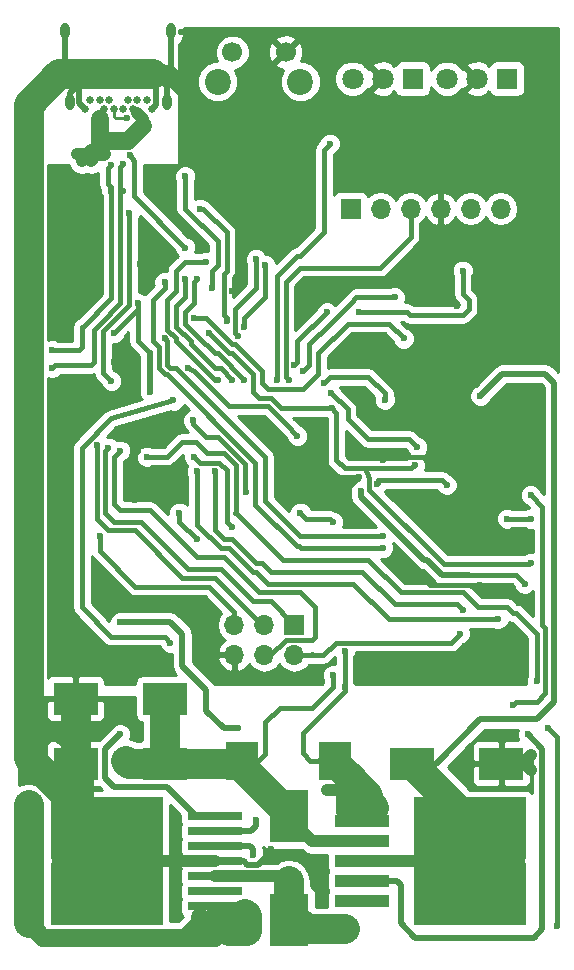
<source format=gbr>
G04 #@! TF.FileFunction,Copper,L2,Bot,Signal*
%FSLAX46Y46*%
G04 Gerber Fmt 4.6, Leading zero omitted, Abs format (unit mm)*
G04 Created by KiCad (PCBNEW 4.0.3-stable) date 10/17/17 23:13:47*
%MOMM*%
%LPD*%
G01*
G04 APERTURE LIST*
%ADD10C,0.100000*%
%ADD11R,1.700000X1.700000*%
%ADD12O,1.700000X1.700000*%
%ADD13R,4.600000X1.100000*%
%ADD14R,9.400000X10.800000*%
%ADD15R,4.550000X5.250000*%
%ADD16C,2.200000*%
%ADD17C,1.700000*%
%ADD18R,4.600000X0.800000*%
%ADD19R,1.800000X1.800000*%
%ADD20C,1.800000*%
%ADD21R,3.750000X2.700000*%
%ADD22O,0.800000X1.400000*%
%ADD23C,0.650000*%
%ADD24R,2.700000X3.200000*%
%ADD25R,3.300000X4.500000*%
%ADD26C,0.600000*%
%ADD27C,0.508000*%
%ADD28C,0.381000*%
%ADD29C,1.524000*%
%ADD30C,1.016000*%
%ADD31C,2.540000*%
%ADD32C,0.250000*%
%ADD33C,0.254000*%
G04 APERTURE END LIST*
D10*
D11*
X153000000Y-107250000D03*
D12*
X153000000Y-109790000D03*
X150460000Y-107250000D03*
X150460000Y-109790000D03*
X147920000Y-107250000D03*
X147920000Y-109790000D03*
D13*
X158725000Y-130650000D03*
X158725000Y-128950000D03*
X158725000Y-127250000D03*
X158725000Y-125550000D03*
X158725000Y-123850000D03*
D14*
X167875000Y-127250000D03*
D15*
X170300000Y-124475000D03*
X165450000Y-130025000D03*
X170300000Y-130025000D03*
X165450000Y-124475000D03*
D16*
X153500000Y-61250000D03*
X146500000Y-61250000D03*
D17*
X152250000Y-58750000D03*
X147750000Y-58750000D03*
D18*
X146275000Y-123440000D03*
X146275000Y-124710000D03*
X146275000Y-125980000D03*
X146275000Y-127250000D03*
X146275000Y-128520000D03*
X146275000Y-129790000D03*
X146275000Y-131060000D03*
D14*
X137125000Y-127250000D03*
D15*
X134700000Y-130025000D03*
X139550000Y-124475000D03*
X134700000Y-124475000D03*
X139550000Y-130025000D03*
D19*
X163000000Y-61000000D03*
D20*
X160460000Y-61000000D03*
X157920000Y-61000000D03*
D19*
X171000000Y-61000000D03*
D20*
X168460000Y-61000000D03*
X165920000Y-61000000D03*
D21*
X142025000Y-119000000D03*
X134475000Y-119000000D03*
X142025000Y-113500000D03*
X134475000Y-113500000D03*
X162975000Y-119000000D03*
X170525000Y-119000000D03*
D11*
X157750000Y-72000000D03*
D12*
X160290000Y-72000000D03*
X162830000Y-72000000D03*
X165370000Y-72000000D03*
X167910000Y-72000000D03*
X170450000Y-72000000D03*
D22*
X133610000Y-57000000D03*
X142590000Y-57000000D03*
X133970000Y-62950000D03*
D23*
X135700000Y-62850000D03*
X140500000Y-62850000D03*
X137700000Y-63550000D03*
X138500000Y-63550000D03*
X136900000Y-63550000D03*
X139300000Y-63550000D03*
X135300000Y-63550000D03*
X140900000Y-63550000D03*
X139700000Y-62850000D03*
X138900000Y-62850000D03*
X136500000Y-62850000D03*
X137300000Y-62850000D03*
D22*
X142230000Y-62950000D03*
D24*
X156450000Y-118750000D03*
X148550000Y-118750000D03*
D25*
X152500000Y-123400000D03*
X152500000Y-132200000D03*
D26*
X140750000Y-87500000D03*
X140750000Y-84250000D03*
X139750000Y-80000000D03*
X137750000Y-82500000D03*
X143250000Y-97750000D03*
X144750000Y-100000000D03*
X167000000Y-108000000D03*
X156300000Y-96700000D03*
X165900000Y-97600000D03*
X139500000Y-96700000D03*
X139600000Y-95200000D03*
X164500000Y-65500000D03*
X146800000Y-64400000D03*
X147750000Y-79000000D03*
X136400000Y-77900000D03*
X140500000Y-78500000D03*
X139900000Y-76700000D03*
X130500000Y-65250000D03*
X130500000Y-63250000D03*
X172300000Y-111150000D03*
X168650000Y-95650000D03*
X160500000Y-93250000D03*
X138250000Y-111500000D03*
X137250000Y-104000000D03*
X133500000Y-105250000D03*
X137250000Y-105000000D03*
X133500000Y-106500000D03*
X137250000Y-106000000D03*
X134250000Y-107250000D03*
X150250000Y-90500000D03*
X151500000Y-93500000D03*
X158500000Y-94750000D03*
X161250000Y-78500000D03*
X166750000Y-80250000D03*
X143000000Y-90250000D03*
X134250000Y-91500000D03*
X139250000Y-93000000D03*
X169300000Y-77400000D03*
X156200000Y-79100000D03*
X171000000Y-88500000D03*
X163450000Y-102900000D03*
X168700000Y-103900000D03*
X132750000Y-87000000D03*
X132750000Y-82500000D03*
X132500000Y-79750000D03*
X137750000Y-85000000D03*
X173000000Y-91000000D03*
X145250000Y-105250000D03*
X151000000Y-126250000D03*
X173000000Y-119500000D03*
X173000000Y-118250000D03*
X133750000Y-123250000D03*
X133750000Y-125250000D03*
X133750000Y-127250000D03*
X133750000Y-129250000D03*
X135750000Y-126000000D03*
X132750000Y-116750000D03*
X160600000Y-83000000D03*
X166000000Y-89900000D03*
X147500000Y-133200000D03*
X149000000Y-133200000D03*
X147500000Y-131750000D03*
X130500000Y-122500000D03*
X130500000Y-124000000D03*
X130500000Y-125500000D03*
X130500000Y-127250000D03*
X130500000Y-129000000D03*
X130500000Y-131000000D03*
X149500000Y-126750000D03*
X135800000Y-68000000D03*
X135000000Y-68000000D03*
X137000000Y-67400000D03*
X134600000Y-67400000D03*
X135400000Y-67400000D03*
X136200000Y-67400000D03*
X139000000Y-72400000D03*
X137500000Y-86600000D03*
X144000000Y-85500000D03*
X153250000Y-91250000D03*
X161500000Y-79500000D03*
X153750000Y-85750000D03*
X156250000Y-98500000D03*
X153500000Y-97750000D03*
X136500000Y-99750000D03*
X155500000Y-133000000D03*
X157250000Y-133000000D03*
X154000000Y-133000000D03*
X152500000Y-132500000D03*
X146250000Y-94250000D03*
X167250000Y-106000000D03*
X144750000Y-94250000D03*
X170250000Y-106750000D03*
X137250000Y-92250000D03*
X136250000Y-92000000D03*
X138250000Y-92500000D03*
X160000000Y-95300000D03*
X165900000Y-95400000D03*
X172500000Y-103750000D03*
X158600000Y-95900000D03*
X163200000Y-93700000D03*
X173000000Y-102000000D03*
X145750000Y-82500000D03*
X156150000Y-88900000D03*
X162250000Y-83000000D03*
X144500000Y-81250000D03*
X148750000Y-86500000D03*
X144750000Y-78000000D03*
X158500000Y-80750000D03*
X155750000Y-80750000D03*
X167250000Y-77250000D03*
X153000000Y-85250000D03*
X142750000Y-88250000D03*
X142500000Y-108750000D03*
X132500000Y-85500000D03*
X138500000Y-70500000D03*
X138800000Y-64300000D03*
X138500000Y-68200000D03*
X137500000Y-70500000D03*
X137450000Y-68350000D03*
X132500000Y-84000000D03*
X139100000Y-67500000D03*
X143750000Y-75300000D03*
X143750000Y-78000000D03*
X147750000Y-86500000D03*
X160500000Y-99750000D03*
X142000000Y-83000000D03*
X142000000Y-78250000D03*
X160500000Y-100750000D03*
X147750000Y-99000000D03*
X144500000Y-93000000D03*
X156250000Y-111500000D03*
X138750000Y-118750000D03*
X173000000Y-96250000D03*
X171500000Y-114000000D03*
X172750000Y-116500000D03*
X168750000Y-87850000D03*
X166500000Y-130750000D03*
X166500000Y-129000000D03*
X166500000Y-127250000D03*
X166500000Y-125000000D03*
X164750000Y-131250000D03*
X164750000Y-129500000D03*
X164750000Y-127750000D03*
X164750000Y-124000000D03*
X164750000Y-125750000D03*
X148250000Y-116000000D03*
X138250000Y-107000000D03*
X149750000Y-123750000D03*
X156100000Y-87600000D03*
X163400000Y-92200000D03*
X152500000Y-86500000D03*
X151500000Y-86500000D03*
X156000000Y-66500000D03*
X138250000Y-116500000D03*
X173000000Y-98250000D03*
X171000000Y-98250000D03*
X157250000Y-112500000D03*
X160650000Y-88200000D03*
X155500000Y-86750000D03*
X157250000Y-109500000D03*
X155750000Y-121250000D03*
X140500000Y-93000000D03*
X174500000Y-116000000D03*
X173500000Y-112000000D03*
X175250000Y-132750000D03*
X144400000Y-89900000D03*
X148900000Y-96000000D03*
X148750000Y-82000000D03*
X150500000Y-76750000D03*
X149750000Y-76250000D03*
X148250000Y-82750000D03*
X145500000Y-76500000D03*
X146500000Y-86500000D03*
X143750000Y-69250000D03*
X146000000Y-78750000D03*
X147250000Y-81500000D03*
X145000000Y-72000000D03*
D27*
X140750000Y-84250000D02*
X140750000Y-87500000D01*
D28*
X139750000Y-80000000D02*
X139750000Y-83250000D01*
X139750000Y-83250000D02*
X140750000Y-84250000D01*
X139750000Y-80500000D02*
X139750000Y-80000000D01*
X137750000Y-82500000D02*
X139750000Y-80500000D01*
X143250000Y-98500000D02*
X143250000Y-97750000D01*
X144750000Y-100000000D02*
X143250000Y-98500000D01*
X153000000Y-109790000D02*
X154460000Y-109790000D01*
X154460000Y-109790000D02*
X154500000Y-109750000D01*
X154500000Y-109790000D02*
X155460000Y-109790000D01*
X155460000Y-109790000D02*
X156500000Y-108750000D01*
X156500000Y-108750000D02*
X166250000Y-108750000D01*
X166250000Y-108750000D02*
X167000000Y-108000000D01*
X156300000Y-96700000D02*
X156550000Y-96700000D01*
X156550000Y-96700000D02*
X158500000Y-94750000D01*
X139500000Y-95300000D02*
X139500000Y-96700000D01*
X139600000Y-95200000D02*
X139500000Y-95300000D01*
D27*
X133970000Y-62950000D02*
X133970000Y-62230000D01*
X133970000Y-62230000D02*
X135600000Y-60600000D01*
X142230000Y-62950000D02*
X142230000Y-61630000D01*
X142230000Y-61630000D02*
X141200000Y-60600000D01*
X142590000Y-57000000D02*
X142590000Y-60890000D01*
X142590000Y-60890000D02*
X144200000Y-62500000D01*
X133610000Y-57000000D02*
X133610000Y-60090000D01*
X133610000Y-60090000D02*
X133100000Y-60600000D01*
D29*
X140300000Y-60600000D02*
X141200000Y-60600000D01*
X141200000Y-60600000D02*
X142400000Y-60600000D01*
X144200000Y-62400000D02*
X144200000Y-62500000D01*
X144200000Y-62500000D02*
X144200000Y-63700000D01*
X142400000Y-60600000D02*
X144200000Y-62400000D01*
D27*
X140900000Y-63550000D02*
X140950000Y-63550000D01*
X140950000Y-63550000D02*
X141300000Y-63200000D01*
X141300000Y-63200000D02*
X141300000Y-60900000D01*
X141300000Y-60900000D02*
X141000000Y-60600000D01*
X135300000Y-63550000D02*
X135250000Y-63550000D01*
X135250000Y-63550000D02*
X134800000Y-63100000D01*
X134800000Y-63100000D02*
X134800000Y-62000000D01*
X134800000Y-62000000D02*
X133400000Y-60600000D01*
X133100000Y-60600000D02*
X133400000Y-60600000D01*
X133400000Y-60600000D02*
X134300000Y-60600000D01*
D30*
X144000000Y-63700000D02*
X144200000Y-63700000D01*
X144200000Y-63700000D02*
X146100000Y-63700000D01*
X146100000Y-63700000D02*
X146800000Y-64400000D01*
D31*
X133100000Y-60600000D02*
X135600000Y-60600000D01*
X135600000Y-60600000D02*
X140300000Y-60600000D01*
X140300000Y-60600000D02*
X141000000Y-60600000D01*
D28*
X146100000Y-63700000D02*
X146800000Y-64400000D01*
D27*
X147750000Y-79000000D02*
X147900000Y-79000000D01*
X147900000Y-79000000D02*
X148300000Y-78600000D01*
X133100000Y-60600000D02*
X130500000Y-63200000D01*
D28*
X140500000Y-77300000D02*
X140500000Y-78500000D01*
X139900000Y-76700000D02*
X140500000Y-77300000D01*
D31*
X130500000Y-63250000D02*
X130500000Y-63200000D01*
X130500000Y-63200000D02*
X133100000Y-60600000D01*
X130500000Y-67250000D02*
X130500000Y-65250000D01*
X130500000Y-72500000D02*
X130500000Y-67250000D01*
X130500000Y-63250000D02*
X130500000Y-67250000D01*
D28*
X168650000Y-94400000D02*
X168650000Y-95650000D01*
X167250000Y-93000000D02*
X168650000Y-94400000D01*
X160750000Y-93000000D02*
X167250000Y-93000000D01*
X160500000Y-93250000D02*
X160750000Y-93000000D01*
X133500000Y-106500000D02*
X133500000Y-105250000D01*
X134250000Y-107250000D02*
X133500000Y-106500000D01*
X134475000Y-113500000D02*
X134475000Y-107475000D01*
X134475000Y-107475000D02*
X134250000Y-107250000D01*
X152750000Y-94750000D02*
X151500000Y-93500000D01*
X158500000Y-94750000D02*
X152750000Y-94750000D01*
X165000000Y-78500000D02*
X161250000Y-78500000D01*
X166750000Y-80250000D02*
X165000000Y-78500000D01*
X141250000Y-90250000D02*
X143000000Y-90250000D01*
X139750000Y-91750000D02*
X141250000Y-90250000D01*
X139750000Y-92500000D02*
X139750000Y-91750000D01*
X139250000Y-93000000D02*
X139750000Y-92500000D01*
X168700000Y-103900000D02*
X164450000Y-103900000D01*
X164450000Y-103900000D02*
X163450000Y-102900000D01*
D31*
X137125000Y-127250000D02*
X137125000Y-125125000D01*
X137125000Y-125125000D02*
X130500000Y-118500000D01*
X130500000Y-118500000D02*
X130500000Y-72500000D01*
X130500000Y-72500000D02*
X130500000Y-72000000D01*
D27*
X146275000Y-127250000D02*
X148692002Y-127250000D01*
X151000000Y-126500000D02*
X151000000Y-126250000D01*
X149942002Y-127557998D02*
X151000000Y-126500000D01*
X149000000Y-127557998D02*
X149942002Y-127557998D01*
X148692002Y-127250000D02*
X149000000Y-127557998D01*
D30*
X172500000Y-119000000D02*
X170525000Y-119000000D01*
X173000000Y-119500000D02*
X172500000Y-119000000D01*
X170525000Y-119000000D02*
X172250000Y-119000000D01*
X172250000Y-119000000D02*
X173000000Y-118250000D01*
D31*
X133750000Y-123250000D02*
X137125000Y-126625000D01*
X137125000Y-126625000D02*
X137125000Y-127250000D01*
X133750000Y-125250000D02*
X135750000Y-127250000D01*
X135750000Y-127250000D02*
X137125000Y-127250000D01*
X133750000Y-127250000D02*
X137125000Y-127250000D01*
X133750000Y-129250000D02*
X135750000Y-127250000D01*
X135750000Y-127250000D02*
X137125000Y-127250000D01*
X135750000Y-126000000D02*
X137000000Y-127250000D01*
X137000000Y-127250000D02*
X137125000Y-127250000D01*
D30*
X146275000Y-127250000D02*
X137125000Y-127250000D01*
D27*
X132750000Y-116750000D02*
X134475000Y-118475000D01*
X134475000Y-118475000D02*
X134475000Y-119000000D01*
D31*
X134475000Y-113500000D02*
X134475000Y-119000000D01*
X134475000Y-119000000D02*
X134750000Y-119275000D01*
X134750000Y-119275000D02*
X134750000Y-124875000D01*
X134750000Y-124875000D02*
X137125000Y-127250000D01*
D32*
X147500000Y-133200000D02*
X147500000Y-132285000D01*
X147500000Y-132285000D02*
X146275000Y-131060000D01*
D31*
X147500000Y-133200000D02*
X149000000Y-133200000D01*
X147150000Y-132850000D02*
X147500000Y-132500000D01*
X147500000Y-133200000D02*
X147150000Y-132850000D01*
X149000000Y-131900000D02*
X149000000Y-133200000D01*
X149000000Y-131900000D02*
X148850000Y-131750000D01*
X130500000Y-122500000D02*
X130500000Y-132500000D01*
D29*
X133000000Y-133750000D02*
X143500000Y-133750000D01*
X131750000Y-133750000D02*
X130500000Y-132500000D01*
X133000000Y-133750000D02*
X131750000Y-133750000D01*
D27*
X146275000Y-125980000D02*
X149230000Y-125980000D01*
X149500000Y-126250000D02*
X149500000Y-126750000D01*
X149230000Y-125980000D02*
X149500000Y-126250000D01*
D29*
X145250000Y-133750000D02*
X146250000Y-133750000D01*
X146250000Y-133750000D02*
X147500000Y-132500000D01*
X147500000Y-132500000D02*
X147500000Y-131750000D01*
X143500000Y-133750000D02*
X143750000Y-133750000D01*
X143750000Y-133750000D02*
X145000000Y-132500000D01*
X145000000Y-132500000D02*
X145000000Y-132000000D01*
X146250000Y-132750000D02*
X146250000Y-131750000D01*
X145250000Y-133750000D02*
X146250000Y-132750000D01*
X143500000Y-133750000D02*
X145250000Y-133750000D01*
D30*
X135900000Y-67900000D02*
X136200000Y-67400000D01*
X135800000Y-68000000D02*
X135900000Y-67900000D01*
X135400000Y-67600000D02*
X135400000Y-67400000D01*
X135000000Y-68000000D02*
X135400000Y-67600000D01*
X137000000Y-67400000D02*
X136900000Y-67500000D01*
X136900000Y-67500000D02*
X136200000Y-67400000D01*
X134600000Y-67400000D02*
X135400000Y-67400000D01*
X135400000Y-67400000D02*
X135500000Y-67300000D01*
X137300000Y-66300000D02*
X136200000Y-67400000D01*
D29*
X138900000Y-66300000D02*
X140200000Y-65000000D01*
X138900000Y-66300000D02*
X137300000Y-66300000D01*
D30*
X136200000Y-67400000D02*
X135500000Y-67300000D01*
X135500000Y-67300000D02*
X135400000Y-67400000D01*
X139700000Y-63900000D02*
X140200000Y-64400000D01*
X140200000Y-64400000D02*
X140200000Y-65000000D01*
D32*
X139350000Y-63550000D02*
X139700000Y-63900000D01*
X140200000Y-64400000D02*
X140200000Y-65000000D01*
X139300000Y-63550000D02*
X139350000Y-63550000D01*
D29*
X136500000Y-64400000D02*
X136500000Y-67200000D01*
X136500000Y-67200000D02*
X135900000Y-67300000D01*
D27*
X136900000Y-63550000D02*
X136900000Y-63600000D01*
X136900000Y-63600000D02*
X136500000Y-64000000D01*
X136500000Y-64000000D02*
X136500000Y-64400000D01*
X136500000Y-64400000D02*
X136500000Y-64500000D01*
D28*
X139000000Y-78200000D02*
X139000000Y-72400000D01*
X137500000Y-86600000D02*
X136800000Y-85900000D01*
X139000000Y-80200000D02*
X139000000Y-78200000D01*
X136800000Y-82400000D02*
X139000000Y-80200000D01*
X136800000Y-85900000D02*
X136800000Y-82400000D01*
X153250000Y-91250000D02*
X152250000Y-90250000D01*
X150750000Y-88750000D02*
X148250000Y-88750000D01*
X148250000Y-88750000D02*
X147500000Y-88750000D01*
X147500000Y-88750000D02*
X144500000Y-85750000D01*
X144500000Y-85750000D02*
X144000000Y-85500000D01*
X152250000Y-90250000D02*
X150750000Y-88750000D01*
X161500000Y-79500000D02*
X158250000Y-79500000D01*
X158250000Y-79500000D02*
X157750000Y-80000000D01*
X156000000Y-81750000D02*
X157750000Y-80000000D01*
X154250000Y-83500000D02*
X156000000Y-81750000D01*
X154250000Y-85250000D02*
X154250000Y-83500000D01*
X153750000Y-85750000D02*
X154250000Y-85250000D01*
X154000000Y-98250000D02*
X153500000Y-97750000D01*
X156000000Y-98250000D02*
X154000000Y-98250000D01*
X156250000Y-98500000D02*
X156000000Y-98250000D01*
X136500000Y-101000000D02*
X136500000Y-99750000D01*
X139500000Y-104000000D02*
X136500000Y-101000000D01*
X140750000Y-104000000D02*
X139500000Y-104000000D01*
X147920000Y-106170000D02*
X145750000Y-104000000D01*
X145750000Y-104000000D02*
X140750000Y-104000000D01*
X147920000Y-107250000D02*
X147920000Y-106170000D01*
D31*
X154000000Y-133000000D02*
X155500000Y-133000000D01*
X157250000Y-133000000D02*
X155500000Y-133000000D01*
X154000000Y-133000000D02*
X153500000Y-132500000D01*
X153500000Y-132500000D02*
X152500000Y-132500000D01*
X155500000Y-133000000D02*
X154000000Y-133000000D01*
X152500000Y-132500000D02*
X152500000Y-128950000D01*
D30*
X146275000Y-128520000D02*
X152070000Y-128520000D01*
X152070000Y-128520000D02*
X152500000Y-128950000D01*
D28*
X146250000Y-97500000D02*
X146250000Y-94250000D01*
X146250000Y-97500000D02*
X146250000Y-99250000D01*
X146250000Y-99250000D02*
X147000000Y-100000000D01*
X166750000Y-105500000D02*
X167250000Y-106000000D01*
X161500000Y-105500000D02*
X166750000Y-105500000D01*
X158750000Y-102750000D02*
X161500000Y-105500000D01*
X151500000Y-102750000D02*
X158750000Y-102750000D01*
X151000000Y-102750000D02*
X151500000Y-102750000D01*
X150250000Y-102000000D02*
X151000000Y-102750000D01*
X149750000Y-102000000D02*
X150250000Y-102000000D01*
X147750000Y-100000000D02*
X149750000Y-102000000D01*
X147000000Y-100000000D02*
X147750000Y-100000000D01*
X144750000Y-97500000D02*
X144750000Y-98750000D01*
X144750000Y-97500000D02*
X144750000Y-94250000D01*
X146750000Y-100750000D02*
X147500000Y-100750000D01*
X144750000Y-98750000D02*
X146750000Y-100750000D01*
X149500000Y-102750000D02*
X149750000Y-102750000D01*
X147500000Y-100750000D02*
X149500000Y-102750000D01*
X149750000Y-102750000D02*
X150750000Y-103750000D01*
X161000000Y-106750000D02*
X170250000Y-106750000D01*
X158000000Y-103750000D02*
X161000000Y-106750000D01*
X150750000Y-103750000D02*
X158000000Y-103750000D01*
X138000000Y-98500000D02*
X137750000Y-98500000D01*
X151000000Y-105250000D02*
X149500000Y-105250000D01*
X149500000Y-105250000D02*
X146750000Y-102500000D01*
X146750000Y-102500000D02*
X144000000Y-102500000D01*
X144000000Y-102500000D02*
X140000000Y-98500000D01*
X140000000Y-98500000D02*
X138000000Y-98500000D01*
X153000000Y-107250000D02*
X151000000Y-105250000D01*
X137000000Y-92500000D02*
X137250000Y-92250000D01*
X137000000Y-97750000D02*
X137000000Y-92500000D01*
X137750000Y-98500000D02*
X137000000Y-97750000D01*
X146250000Y-103250000D02*
X143500000Y-103250000D01*
X143500000Y-103250000D02*
X139500000Y-99250000D01*
X139500000Y-99250000D02*
X137250000Y-99250000D01*
X146250000Y-103250000D02*
X150250000Y-107250000D01*
X136250000Y-98250000D02*
X137250000Y-99250000D01*
X136250000Y-92000000D02*
X136250000Y-98250000D01*
X150460000Y-107250000D02*
X150250000Y-107250000D01*
X152250000Y-108500000D02*
X154500000Y-108500000D01*
X154500000Y-108500000D02*
X154750000Y-108250000D01*
X154750000Y-108250000D02*
X154750000Y-105750000D01*
X154750000Y-105750000D02*
X153500000Y-104500000D01*
X153500000Y-104500000D02*
X150000000Y-104500000D01*
X150000000Y-104500000D02*
X147000000Y-101500000D01*
X147000000Y-101500000D02*
X144750000Y-101500000D01*
X144750000Y-101500000D02*
X140750000Y-97500000D01*
X140750000Y-97500000D02*
X138250000Y-97500000D01*
X152250000Y-108500000D02*
X150960000Y-109790000D01*
X137750000Y-97000000D02*
X138250000Y-97500000D01*
X137750000Y-93000000D02*
X137750000Y-97000000D01*
X138250000Y-92500000D02*
X137750000Y-93000000D01*
X150460000Y-109790000D02*
X150960000Y-109790000D01*
X160100000Y-95000000D02*
X160100000Y-95200000D01*
X160100000Y-95200000D02*
X160000000Y-95300000D01*
X165500000Y-95000000D02*
X165900000Y-95400000D01*
X160100000Y-95000000D02*
X165500000Y-95000000D01*
D27*
X159000000Y-96750000D02*
X158950000Y-96750000D01*
D28*
X171750000Y-103000000D02*
X172500000Y-103750000D01*
D27*
X164000000Y-101750000D02*
X159000000Y-96750000D01*
X164250000Y-101750000D02*
X164000000Y-101750000D01*
X165500000Y-103000000D02*
X164250000Y-101750000D01*
X167750000Y-103000000D02*
X165500000Y-103000000D01*
D28*
X167750000Y-103000000D02*
X171750000Y-103000000D01*
D27*
X158600000Y-96400000D02*
X158600000Y-95900000D01*
X158950000Y-96750000D02*
X158600000Y-96400000D01*
D28*
X158900000Y-94000000D02*
X162900000Y-94000000D01*
X162900000Y-94000000D02*
X163200000Y-93700000D01*
X165650000Y-102100000D02*
X172900000Y-102100000D01*
X156550000Y-93300000D02*
X157250000Y-94000000D01*
X157250000Y-94000000D02*
X158900000Y-94000000D01*
X158900000Y-94000000D02*
X159000000Y-94000000D01*
X159000000Y-94000000D02*
X159300000Y-94800000D01*
X159300000Y-94800000D02*
X159300000Y-95800000D01*
X159300000Y-95800000D02*
X165650000Y-102100000D01*
X156550000Y-89300000D02*
X156550000Y-93000000D01*
X156150000Y-88900000D02*
X156550000Y-89300000D01*
X156550000Y-93000000D02*
X156550000Y-93300000D01*
X172900000Y-102100000D02*
X173000000Y-102000000D01*
X147750000Y-84250000D02*
X147500000Y-84250000D01*
X147750000Y-84250000D02*
X149500000Y-86000000D01*
X149500000Y-86000000D02*
X149500000Y-87500000D01*
X149500000Y-87500000D02*
X150000000Y-88000000D01*
X150000000Y-88000000D02*
X151000000Y-88000000D01*
X151000000Y-88000000D02*
X151900000Y-88900000D01*
X151900000Y-88900000D02*
X152150000Y-88900000D01*
X152150000Y-88900000D02*
X156150000Y-88900000D01*
X147500000Y-84250000D02*
X145750000Y-82500000D01*
X144500000Y-81250000D02*
X145500000Y-81250000D01*
X148500000Y-84000000D02*
X150250000Y-85750000D01*
X150250000Y-85750000D02*
X150250000Y-86750000D01*
X150250000Y-86750000D02*
X150750000Y-87250000D01*
X150750000Y-87250000D02*
X153750000Y-87250000D01*
X153750000Y-87250000D02*
X154000000Y-87000000D01*
X162250000Y-83000000D02*
X161000000Y-81750000D01*
X161000000Y-81750000D02*
X157500000Y-81750000D01*
X157500000Y-81750000D02*
X155000000Y-84250000D01*
X155000000Y-84250000D02*
X155000000Y-86000000D01*
X155000000Y-86000000D02*
X154000000Y-87000000D01*
X148000000Y-83500000D02*
X148500000Y-84000000D01*
X147750000Y-83500000D02*
X148000000Y-83500000D01*
X145500000Y-81250000D02*
X147750000Y-83500000D01*
X143750000Y-80750000D02*
X144500000Y-80000000D01*
X143750000Y-81750000D02*
X143750000Y-80750000D01*
X148750000Y-86500000D02*
X146500000Y-84250000D01*
X146250000Y-84250000D02*
X144750000Y-82750000D01*
X146500000Y-84250000D02*
X146250000Y-84250000D01*
X144750000Y-82750000D02*
X143750000Y-81750000D01*
X144500000Y-78250000D02*
X144750000Y-78000000D01*
X144500000Y-80000000D02*
X144500000Y-78250000D01*
X158500000Y-80750000D02*
X162500000Y-80750000D01*
X162500000Y-80750000D02*
X162750000Y-81000000D01*
X162750000Y-81000000D02*
X167250000Y-81000000D01*
X167250000Y-81000000D02*
X167750000Y-80500000D01*
X167750000Y-80500000D02*
X167750000Y-79750000D01*
X153250000Y-83250000D02*
X155750000Y-80750000D01*
X153250000Y-84750000D02*
X153250000Y-83250000D01*
X167250000Y-79250000D02*
X167250000Y-77250000D01*
X167750000Y-79750000D02*
X167250000Y-79250000D01*
X153250000Y-85000000D02*
X153250000Y-84750000D01*
X153000000Y-85250000D02*
X153250000Y-85000000D01*
X135000000Y-92750000D02*
X135000000Y-92250000D01*
X135000000Y-92250000D02*
X137500000Y-89750000D01*
X137500000Y-89750000D02*
X142750000Y-88250000D01*
X135000000Y-105750000D02*
X135000000Y-92750000D01*
X137500000Y-108250000D02*
X135000000Y-105750000D01*
X142000000Y-108250000D02*
X137500000Y-108250000D01*
X142500000Y-108750000D02*
X142000000Y-108250000D01*
X138250000Y-69750000D02*
X138250000Y-68450000D01*
X138250000Y-68450000D02*
X138500000Y-68200000D01*
X138250000Y-78600000D02*
X138250000Y-80000000D01*
X136500000Y-81750000D02*
X136000000Y-82250000D01*
X132500000Y-85500000D02*
X132750000Y-85250000D01*
X132750000Y-85250000D02*
X135500000Y-85250000D01*
X135750000Y-85250000D02*
X135500000Y-85250000D01*
X136000000Y-85000000D02*
X135750000Y-85250000D01*
X136000000Y-82250000D02*
X136000000Y-85000000D01*
X138250000Y-80000000D02*
X136500000Y-81750000D01*
X138250000Y-69750000D02*
X138250000Y-70250000D01*
X138250000Y-70250000D02*
X138500000Y-70500000D01*
X138250000Y-78600000D02*
X138250000Y-69750000D01*
X138250000Y-78600000D02*
X138250000Y-78500000D01*
D32*
X137700000Y-64200000D02*
X137700000Y-63550000D01*
X137800000Y-64300000D02*
X137700000Y-64200000D01*
X138800000Y-64300000D02*
X137800000Y-64300000D01*
D28*
X137500000Y-78050000D02*
X137500000Y-79600000D01*
X137500000Y-79600000D02*
X135000000Y-82100000D01*
X137500000Y-78050000D02*
X137500000Y-70500000D01*
X137500000Y-70500000D02*
X137500000Y-70200000D01*
X137200000Y-68600000D02*
X137450000Y-68350000D01*
X137200000Y-69900000D02*
X137200000Y-68600000D01*
X137500000Y-70200000D02*
X137200000Y-69900000D01*
X135000000Y-83750000D02*
X135000000Y-82100000D01*
X134750000Y-84000000D02*
X135000000Y-83750000D01*
X132500000Y-84000000D02*
X134750000Y-84000000D01*
X135000000Y-82100000D02*
X135000000Y-82000000D01*
X137500000Y-78050000D02*
X137500000Y-78000000D01*
X139400000Y-69350000D02*
X139400000Y-68000000D01*
X139400000Y-69350000D02*
X139400000Y-70950000D01*
X143750000Y-75300000D02*
X139400000Y-70950000D01*
X139400000Y-68000000D02*
X139100000Y-67500000D01*
X143000000Y-80250000D02*
X143750000Y-79500000D01*
X143750000Y-79500000D02*
X143750000Y-78000000D01*
X143000000Y-81000000D02*
X143000000Y-80250000D01*
X144250000Y-83500000D02*
X144250000Y-83250000D01*
X146750000Y-85500000D02*
X146250000Y-85500000D01*
X146250000Y-85500000D02*
X144250000Y-83500000D01*
X147750000Y-86500000D02*
X146750000Y-85500000D01*
X143000000Y-82000000D02*
X143000000Y-81000000D01*
X143000000Y-81000000D02*
X143000000Y-80750000D01*
X144250000Y-83250000D02*
X143000000Y-82000000D01*
X153500000Y-99750000D02*
X151000000Y-97250000D01*
X143000000Y-85500000D02*
X142500000Y-85500000D01*
X160500000Y-99750000D02*
X154250000Y-99750000D01*
X154250000Y-99750000D02*
X153500000Y-99750000D01*
X151000000Y-97250000D02*
X150500000Y-96750000D01*
X150500000Y-96750000D02*
X150500000Y-93000000D01*
X150500000Y-93000000D02*
X143000000Y-85500000D01*
X142250000Y-83250000D02*
X142000000Y-83000000D01*
X142250000Y-85250000D02*
X142250000Y-83250000D01*
X142500000Y-85500000D02*
X142250000Y-85250000D01*
X156250000Y-100750000D02*
X153550000Y-100750000D01*
X142000000Y-78750000D02*
X141000000Y-79750000D01*
X141000000Y-79750000D02*
X141000000Y-83250000D01*
X141000000Y-83250000D02*
X141500000Y-83750000D01*
X141500000Y-83750000D02*
X141500000Y-85500000D01*
X141500000Y-85500000D02*
X142000000Y-86000000D01*
X142000000Y-78250000D02*
X142000000Y-78750000D01*
X160500000Y-100750000D02*
X156250000Y-100750000D01*
X142200000Y-86000000D02*
X142000000Y-86000000D01*
X149700000Y-93500000D02*
X142200000Y-86000000D01*
X149700000Y-97100000D02*
X149700000Y-93500000D01*
X153200000Y-100600000D02*
X149700000Y-97100000D01*
X153400000Y-100600000D02*
X153200000Y-100600000D01*
X153550000Y-100750000D02*
X153400000Y-100600000D01*
X145000000Y-93500000D02*
X146600000Y-93500000D01*
X147250000Y-98500000D02*
X147750000Y-99000000D01*
X144500000Y-93000000D02*
X145000000Y-93500000D01*
X147250000Y-94150000D02*
X147250000Y-98500000D01*
X146600000Y-93500000D02*
X147250000Y-94150000D01*
X148550000Y-118750000D02*
X149950000Y-118750000D01*
X156250000Y-112500000D02*
X156250000Y-111500000D01*
X154500000Y-114250000D02*
X156250000Y-112500000D01*
X151750000Y-114250000D02*
X154500000Y-114250000D01*
X150500000Y-115500000D02*
X151750000Y-114250000D01*
X150500000Y-118200000D02*
X150500000Y-115500000D01*
X149950000Y-118750000D02*
X150500000Y-118200000D01*
D31*
X142025000Y-119000000D02*
X148300000Y-119000000D01*
X148300000Y-119000000D02*
X150500000Y-121200000D01*
X152500000Y-123250000D02*
X150500000Y-121250000D01*
X150500000Y-121200000D02*
X150500000Y-121250000D01*
X139000000Y-119000000D02*
X142025000Y-119000000D01*
X138750000Y-118750000D02*
X139000000Y-119000000D01*
D30*
X158725000Y-125550000D02*
X154500000Y-125550000D01*
X154500000Y-125550000D02*
X152500000Y-123550000D01*
D31*
X142025000Y-119000000D02*
X142025000Y-113500000D01*
X142275000Y-118750000D02*
X142025000Y-119000000D01*
X152500000Y-123550000D02*
X152500000Y-123250000D01*
D28*
X174250000Y-113000000D02*
X173500000Y-113750000D01*
X174000000Y-107250000D02*
X174250000Y-107500000D01*
X174250000Y-107500000D02*
X174250000Y-113000000D01*
X174000000Y-103000000D02*
X174000000Y-101000000D01*
X173000000Y-96250000D02*
X174000000Y-97250000D01*
X174000000Y-97250000D02*
X174000000Y-101000000D01*
X174000000Y-103000000D02*
X174000000Y-107250000D01*
X171750000Y-113750000D02*
X171500000Y-114000000D01*
X173500000Y-113750000D02*
X171750000Y-113750000D01*
D27*
X158725000Y-128950000D02*
X161700000Y-128950000D01*
X161700000Y-128950000D02*
X162000000Y-129250000D01*
X162000000Y-129250000D02*
X162000000Y-132500000D01*
X162000000Y-132500000D02*
X163250000Y-133750000D01*
X163250000Y-133750000D02*
X173250000Y-133750000D01*
X173250000Y-133750000D02*
X174000000Y-133000000D01*
X174000000Y-133000000D02*
X174000000Y-117750000D01*
X174000000Y-117750000D02*
X172750000Y-116500000D01*
X175000000Y-113750000D02*
X175000000Y-86750000D01*
X165000000Y-119000000D02*
X168750000Y-115250000D01*
X168750000Y-115250000D02*
X173500000Y-115250000D01*
X173500000Y-115250000D02*
X175000000Y-113750000D01*
X175000000Y-86750000D02*
X174250000Y-86000000D01*
X174250000Y-86000000D02*
X170600000Y-86000000D01*
X170600000Y-86000000D02*
X168750000Y-87850000D01*
X165000000Y-119000000D02*
X162975000Y-119000000D01*
D31*
X166500000Y-130750000D02*
X167875000Y-129375000D01*
X167875000Y-129375000D02*
X167875000Y-127250000D01*
X166500000Y-129000000D02*
X167875000Y-127625000D01*
X167875000Y-127625000D02*
X167875000Y-127250000D01*
X166500000Y-127250000D02*
X167875000Y-127250000D01*
X166500000Y-125000000D02*
X167875000Y-126375000D01*
X167875000Y-126375000D02*
X167875000Y-127250000D01*
X164750000Y-131250000D02*
X167875000Y-128125000D01*
X167875000Y-128125000D02*
X167875000Y-127250000D01*
X164750000Y-129500000D02*
X167000000Y-127250000D01*
X167000000Y-127250000D02*
X167875000Y-127250000D01*
X164750000Y-127750000D02*
X165250000Y-127250000D01*
X165250000Y-127250000D02*
X167875000Y-127250000D01*
X164750000Y-124000000D02*
X167875000Y-127125000D01*
X167875000Y-127125000D02*
X167875000Y-127250000D01*
X164750000Y-125750000D02*
X166250000Y-127250000D01*
X166250000Y-127250000D02*
X167875000Y-127250000D01*
X169500000Y-129250000D02*
X167875000Y-127625000D01*
X167875000Y-127625000D02*
X167875000Y-127250000D01*
X169500000Y-125000000D02*
X167875000Y-126625000D01*
X167875000Y-126625000D02*
X167875000Y-127250000D01*
X169500000Y-127000000D02*
X169250000Y-127250000D01*
X169250000Y-127250000D02*
X167875000Y-127250000D01*
X167250000Y-124000000D02*
X167875000Y-124625000D01*
X167875000Y-124625000D02*
X167875000Y-127250000D01*
X167250000Y-130000000D02*
X167875000Y-129375000D01*
X167875000Y-129375000D02*
X167875000Y-127250000D01*
X167250000Y-128000000D02*
X167875000Y-127375000D01*
D30*
X158725000Y-127250000D02*
X167875000Y-127250000D01*
D31*
X167875000Y-127250000D02*
X167875000Y-123900000D01*
X167875000Y-123900000D02*
X162975000Y-119000000D01*
D27*
X147000000Y-116000000D02*
X148250000Y-116000000D01*
X145500000Y-114500000D02*
X147000000Y-116000000D01*
X145500000Y-112750000D02*
X145500000Y-114500000D01*
X143500000Y-110750000D02*
X145500000Y-112750000D01*
X143500000Y-108000000D02*
X143500000Y-110750000D01*
X142500000Y-107000000D02*
X143500000Y-108000000D01*
X138250000Y-107000000D02*
X142500000Y-107000000D01*
X146275000Y-124710000D02*
X149290000Y-124710000D01*
X149290000Y-124710000D02*
X149750000Y-124250000D01*
X149750000Y-124250000D02*
X149750000Y-123750000D01*
D28*
X157500000Y-89000000D02*
X156100000Y-87600000D01*
X157500000Y-89800000D02*
X157500000Y-89000000D01*
X159200000Y-91500000D02*
X157500000Y-89800000D01*
X162700000Y-91500000D02*
X159200000Y-91500000D01*
X163400000Y-92200000D02*
X162700000Y-91500000D01*
X152250000Y-78250000D02*
X153500000Y-77000000D01*
X152500000Y-86500000D02*
X152250000Y-86250000D01*
X152250000Y-78250000D02*
X152250000Y-86250000D01*
X162830000Y-74420000D02*
X162830000Y-72000000D01*
X160250000Y-77000000D02*
X162830000Y-74420000D01*
X153500000Y-77000000D02*
X160250000Y-77000000D01*
X153250000Y-76000000D02*
X153500000Y-76000000D01*
X151500000Y-77750000D02*
X153250000Y-76000000D01*
X151500000Y-78500000D02*
X151500000Y-77750000D01*
X151500000Y-78500000D02*
X151500000Y-86500000D01*
X155500000Y-67000000D02*
X156000000Y-66500000D01*
X155500000Y-74000000D02*
X155500000Y-67000000D01*
X153500000Y-76000000D02*
X155500000Y-74000000D01*
D27*
X139000000Y-121000000D02*
X137750000Y-121000000D01*
X142250000Y-121000000D02*
X139000000Y-121000000D01*
X144690000Y-123440000D02*
X142250000Y-121000000D01*
X137000000Y-117750000D02*
X138250000Y-116500000D01*
X137000000Y-120250000D02*
X137000000Y-117750000D01*
X137750000Y-121000000D02*
X137000000Y-120250000D01*
X146275000Y-123440000D02*
X144690000Y-123440000D01*
D28*
X173000000Y-98250000D02*
X171000000Y-98250000D01*
X157250000Y-112500000D02*
X157250000Y-112850000D01*
X154350000Y-118750000D02*
X156450000Y-118750000D01*
X153700000Y-118100000D02*
X154350000Y-118750000D01*
X153700000Y-116400000D02*
X153700000Y-118100000D01*
X157250000Y-112850000D02*
X153700000Y-116400000D01*
D31*
X159250000Y-122250000D02*
X159750000Y-122750000D01*
D30*
X155750000Y-121250000D02*
X158750000Y-121250000D01*
X158750000Y-121250000D02*
X158725000Y-121275000D01*
D31*
X157750000Y-120250000D02*
X159250000Y-121750000D01*
X159250000Y-121750000D02*
X159250000Y-122250000D01*
X156250000Y-118750000D02*
X157750000Y-120250000D01*
X157750000Y-120250000D02*
X157750000Y-123000000D01*
D28*
X157250000Y-112500000D02*
X157250000Y-109500000D01*
X155500000Y-86750000D02*
X156000000Y-86250000D01*
X160650000Y-87650000D02*
X160650000Y-88200000D01*
X159250000Y-86250000D02*
X160650000Y-87650000D01*
X156000000Y-86250000D02*
X159250000Y-86250000D01*
D30*
X158725000Y-121275000D02*
X158725000Y-123850000D01*
X157100000Y-123850000D02*
X158725000Y-123850000D01*
D28*
X148025000Y-97775000D02*
X148025000Y-93725000D01*
X143500000Y-91750000D02*
X142500000Y-92750000D01*
X140500000Y-93000000D02*
X142250000Y-93000000D01*
X142250000Y-93000000D02*
X142500000Y-92750000D01*
X144650000Y-91750000D02*
X143500000Y-91750000D01*
X145600000Y-92700000D02*
X144650000Y-91750000D01*
X147000000Y-92700000D02*
X145600000Y-92700000D01*
X148025000Y-93725000D02*
X147000000Y-92700000D01*
X175250000Y-116750000D02*
X174500000Y-116000000D01*
X173500000Y-112000000D02*
X173500000Y-108000000D01*
X173500000Y-108000000D02*
X171750000Y-106250000D01*
X171750000Y-106250000D02*
X171500000Y-106250000D01*
X175250000Y-132750000D02*
X175250000Y-128000000D01*
X171000000Y-105750000D02*
X171500000Y-106250000D01*
X168500000Y-105750000D02*
X171000000Y-105750000D01*
X167250000Y-104500000D02*
X168500000Y-105750000D01*
X162000000Y-104500000D02*
X167250000Y-104500000D01*
X159250000Y-101750000D02*
X162000000Y-104500000D01*
X152000000Y-101750000D02*
X159250000Y-101750000D01*
X148000000Y-97750000D02*
X148025000Y-97775000D01*
X148025000Y-97775000D02*
X152000000Y-101750000D01*
X175250000Y-128000000D02*
X175250000Y-116750000D01*
X144400000Y-90200000D02*
X144400000Y-89900000D01*
X145500000Y-91300000D02*
X144400000Y-90200000D01*
X146500000Y-91300000D02*
X145500000Y-91300000D01*
X148800000Y-93600000D02*
X146500000Y-91300000D01*
X148800000Y-95900000D02*
X148800000Y-93600000D01*
X148900000Y-96000000D02*
X148800000Y-95900000D01*
X148750000Y-81250000D02*
X150500000Y-79500000D01*
X150500000Y-79500000D02*
X150500000Y-76750000D01*
X148750000Y-82000000D02*
X148750000Y-81250000D01*
X149750000Y-76250000D02*
X149750000Y-76750000D01*
X148000000Y-82500000D02*
X148000000Y-80500000D01*
X148000000Y-80500000D02*
X149250000Y-79250000D01*
X149250000Y-79250000D02*
X149750000Y-78750000D01*
X149750000Y-78750000D02*
X149750000Y-76750000D01*
X148250000Y-82750000D02*
X148000000Y-82500000D01*
X142250000Y-79750000D02*
X143000000Y-79000000D01*
X143000000Y-79000000D02*
X143000000Y-77250000D01*
X143000000Y-77250000D02*
X143750000Y-76500000D01*
X143750000Y-76500000D02*
X145500000Y-76500000D01*
X142250000Y-80750000D02*
X142250000Y-82000000D01*
X146250000Y-86500000D02*
X143000000Y-83250000D01*
X143000000Y-83250000D02*
X143000000Y-83000000D01*
X143000000Y-83000000D02*
X142250000Y-82250000D01*
X142250000Y-82250000D02*
X142250000Y-82000000D01*
X146500000Y-86500000D02*
X146250000Y-86500000D01*
X142250000Y-80750000D02*
X142250000Y-79750000D01*
X146500000Y-74750000D02*
X143750000Y-72000000D01*
X143750000Y-69250000D02*
X143750000Y-72000000D01*
X146500000Y-76750000D02*
X146500000Y-74750000D01*
X146000000Y-77250000D02*
X146500000Y-76750000D01*
X146000000Y-78750000D02*
X146000000Y-77250000D01*
X147250000Y-81500000D02*
X147250000Y-81250000D01*
X145250000Y-72000000D02*
X145000000Y-72000000D01*
X147250000Y-74000000D02*
X145250000Y-72000000D01*
X147250000Y-77250000D02*
X147250000Y-74000000D01*
X147000000Y-77500000D02*
X147250000Y-77250000D01*
X147000000Y-81000000D02*
X147000000Y-77500000D01*
X147250000Y-81250000D02*
X147000000Y-81000000D01*
D33*
G36*
X143327560Y-123334796D02*
X143327560Y-123840000D01*
X143371838Y-124075317D01*
X143374307Y-124079155D01*
X143327560Y-124310000D01*
X143327560Y-125110000D01*
X143371838Y-125345317D01*
X143374307Y-125349155D01*
X143327560Y-125580000D01*
X143327560Y-126380000D01*
X143371838Y-126615317D01*
X143379778Y-126627657D01*
X143340000Y-126723690D01*
X143340000Y-126964250D01*
X143498750Y-127123000D01*
X146148000Y-127123000D01*
X146148000Y-127103000D01*
X146402000Y-127103000D01*
X146402000Y-127123000D01*
X146422000Y-127123000D01*
X146422000Y-127377000D01*
X146275000Y-127377000D01*
X146174454Y-127397000D01*
X146148000Y-127397000D01*
X146148000Y-127377000D01*
X143498750Y-127377000D01*
X143340000Y-127535750D01*
X143340000Y-127776310D01*
X143378390Y-127868992D01*
X143327560Y-128120000D01*
X143327560Y-128920000D01*
X143371838Y-129155317D01*
X143374307Y-129159155D01*
X143327560Y-129390000D01*
X143327560Y-130190000D01*
X143371838Y-130425317D01*
X143374307Y-130429155D01*
X143327560Y-130660000D01*
X143327560Y-131460000D01*
X143371838Y-131695317D01*
X143510910Y-131911441D01*
X143571502Y-131952842D01*
X143171344Y-132353000D01*
X142460000Y-132353000D01*
X142460000Y-127273690D01*
X142450187Y-127250000D01*
X142460000Y-127226310D01*
X142460000Y-122467236D01*
X143327560Y-123334796D01*
X143327560Y-123334796D01*
G37*
X143327560Y-123334796D02*
X143327560Y-123840000D01*
X143371838Y-124075317D01*
X143374307Y-124079155D01*
X143327560Y-124310000D01*
X143327560Y-125110000D01*
X143371838Y-125345317D01*
X143374307Y-125349155D01*
X143327560Y-125580000D01*
X143327560Y-126380000D01*
X143371838Y-126615317D01*
X143379778Y-126627657D01*
X143340000Y-126723690D01*
X143340000Y-126964250D01*
X143498750Y-127123000D01*
X146148000Y-127123000D01*
X146148000Y-127103000D01*
X146402000Y-127103000D01*
X146402000Y-127123000D01*
X146422000Y-127123000D01*
X146422000Y-127377000D01*
X146275000Y-127377000D01*
X146174454Y-127397000D01*
X146148000Y-127397000D01*
X146148000Y-127377000D01*
X143498750Y-127377000D01*
X143340000Y-127535750D01*
X143340000Y-127776310D01*
X143378390Y-127868992D01*
X143327560Y-128120000D01*
X143327560Y-128920000D01*
X143371838Y-129155317D01*
X143374307Y-129159155D01*
X143327560Y-129390000D01*
X143327560Y-130190000D01*
X143371838Y-130425317D01*
X143374307Y-130429155D01*
X143327560Y-130660000D01*
X143327560Y-131460000D01*
X143371838Y-131695317D01*
X143510910Y-131911441D01*
X143571502Y-131952842D01*
X143171344Y-132353000D01*
X142460000Y-132353000D01*
X142460000Y-127273690D01*
X142450187Y-127250000D01*
X142460000Y-127226310D01*
X142460000Y-122467236D01*
X143327560Y-123334796D01*
G36*
X150385910Y-126101441D02*
X150598110Y-126246431D01*
X150850000Y-126297440D01*
X153630994Y-126297440D01*
X153691777Y-126358223D01*
X154062593Y-126605994D01*
X154500000Y-126693000D01*
X155778978Y-126693000D01*
X155777560Y-126700000D01*
X155777560Y-127800000D01*
X155821838Y-128035317D01*
X155862481Y-128098478D01*
X155828569Y-128148110D01*
X155777560Y-128400000D01*
X155777560Y-129500000D01*
X155821838Y-129735317D01*
X155862481Y-129798478D01*
X155828569Y-129848110D01*
X155777560Y-130100000D01*
X155777560Y-131095000D01*
X154797440Y-131095000D01*
X154797440Y-129950000D01*
X154753162Y-129714683D01*
X154614090Y-129498559D01*
X154405000Y-129355694D01*
X154405000Y-128950000D01*
X154259991Y-128220988D01*
X153847038Y-127602962D01*
X153229012Y-127190009D01*
X152500000Y-127045000D01*
X151770988Y-127190009D01*
X151491137Y-127377000D01*
X150195350Y-127377000D01*
X150292192Y-127280327D01*
X150434838Y-126936799D01*
X150435162Y-126564833D01*
X150389000Y-126453112D01*
X150389000Y-126250000D01*
X150359450Y-126101441D01*
X150347612Y-126041924D01*
X150385910Y-126101441D01*
X150385910Y-126101441D01*
G37*
X150385910Y-126101441D02*
X150598110Y-126246431D01*
X150850000Y-126297440D01*
X153630994Y-126297440D01*
X153691777Y-126358223D01*
X154062593Y-126605994D01*
X154500000Y-126693000D01*
X155778978Y-126693000D01*
X155777560Y-126700000D01*
X155777560Y-127800000D01*
X155821838Y-128035317D01*
X155862481Y-128098478D01*
X155828569Y-128148110D01*
X155777560Y-128400000D01*
X155777560Y-129500000D01*
X155821838Y-129735317D01*
X155862481Y-129798478D01*
X155828569Y-129848110D01*
X155777560Y-130100000D01*
X155777560Y-131095000D01*
X154797440Y-131095000D01*
X154797440Y-129950000D01*
X154753162Y-129714683D01*
X154614090Y-129498559D01*
X154405000Y-129355694D01*
X154405000Y-128950000D01*
X154259991Y-128220988D01*
X153847038Y-127602962D01*
X153229012Y-127190009D01*
X152500000Y-127045000D01*
X151770988Y-127190009D01*
X151491137Y-127377000D01*
X150195350Y-127377000D01*
X150292192Y-127280327D01*
X150434838Y-126936799D01*
X150435162Y-126564833D01*
X150389000Y-126453112D01*
X150389000Y-126250000D01*
X150359450Y-126101441D01*
X150347612Y-126041924D01*
X150385910Y-126101441D01*
G36*
X171815162Y-116313201D02*
X171814838Y-116685167D01*
X171951122Y-117015000D01*
X170810750Y-117015000D01*
X170652000Y-117173750D01*
X170652000Y-118873000D01*
X172876250Y-118873000D01*
X173035000Y-118714250D01*
X173035000Y-118042236D01*
X173111000Y-118118236D01*
X173111000Y-121510310D01*
X173039090Y-121398559D01*
X172826890Y-121253569D01*
X172575000Y-121202560D01*
X167871637Y-121202560D01*
X165963156Y-119294080D01*
X165971486Y-119285750D01*
X168015000Y-119285750D01*
X168015000Y-120476310D01*
X168111673Y-120709699D01*
X168290302Y-120888327D01*
X168523691Y-120985000D01*
X170239250Y-120985000D01*
X170398000Y-120826250D01*
X170398000Y-119127000D01*
X170652000Y-119127000D01*
X170652000Y-120826250D01*
X170810750Y-120985000D01*
X172526309Y-120985000D01*
X172759698Y-120888327D01*
X172938327Y-120709699D01*
X173035000Y-120476310D01*
X173035000Y-119285750D01*
X172876250Y-119127000D01*
X170652000Y-119127000D01*
X170398000Y-119127000D01*
X168173750Y-119127000D01*
X168015000Y-119285750D01*
X165971486Y-119285750D01*
X167733546Y-117523690D01*
X168015000Y-117523690D01*
X168015000Y-118714250D01*
X168173750Y-118873000D01*
X170398000Y-118873000D01*
X170398000Y-117173750D01*
X170239250Y-117015000D01*
X168523691Y-117015000D01*
X168290302Y-117111673D01*
X168111673Y-117290301D01*
X168015000Y-117523690D01*
X167733546Y-117523690D01*
X169118236Y-116139000D01*
X171887497Y-116139000D01*
X171815162Y-116313201D01*
X171815162Y-116313201D01*
G37*
X171815162Y-116313201D02*
X171814838Y-116685167D01*
X171951122Y-117015000D01*
X170810750Y-117015000D01*
X170652000Y-117173750D01*
X170652000Y-118873000D01*
X172876250Y-118873000D01*
X173035000Y-118714250D01*
X173035000Y-118042236D01*
X173111000Y-118118236D01*
X173111000Y-121510310D01*
X173039090Y-121398559D01*
X172826890Y-121253569D01*
X172575000Y-121202560D01*
X167871637Y-121202560D01*
X165963156Y-119294080D01*
X165971486Y-119285750D01*
X168015000Y-119285750D01*
X168015000Y-120476310D01*
X168111673Y-120709699D01*
X168290302Y-120888327D01*
X168523691Y-120985000D01*
X170239250Y-120985000D01*
X170398000Y-120826250D01*
X170398000Y-119127000D01*
X170652000Y-119127000D01*
X170652000Y-120826250D01*
X170810750Y-120985000D01*
X172526309Y-120985000D01*
X172759698Y-120888327D01*
X172938327Y-120709699D01*
X173035000Y-120476310D01*
X173035000Y-119285750D01*
X172876250Y-119127000D01*
X170652000Y-119127000D01*
X170398000Y-119127000D01*
X168173750Y-119127000D01*
X168015000Y-119285750D01*
X165971486Y-119285750D01*
X167733546Y-117523690D01*
X168015000Y-117523690D01*
X168015000Y-118714250D01*
X168173750Y-118873000D01*
X170398000Y-118873000D01*
X170398000Y-117173750D01*
X170239250Y-117015000D01*
X168523691Y-117015000D01*
X168290302Y-117111673D01*
X168111673Y-117290301D01*
X168015000Y-117523690D01*
X167733546Y-117523690D01*
X169118236Y-116139000D01*
X171887497Y-116139000D01*
X171815162Y-116313201D01*
G36*
X139502560Y-114850000D02*
X139546838Y-115085317D01*
X139685910Y-115301441D01*
X139898110Y-115446431D01*
X140120000Y-115491365D01*
X140120000Y-117008205D01*
X139914683Y-117046838D01*
X139839837Y-117095000D01*
X139636142Y-117095000D01*
X139479012Y-116990009D01*
X139090983Y-116912826D01*
X139184838Y-116686799D01*
X139185162Y-116314833D01*
X139043117Y-115971057D01*
X138780327Y-115707808D01*
X138436799Y-115565162D01*
X138064833Y-115564838D01*
X137721057Y-115706883D01*
X137457808Y-115969673D01*
X137411451Y-116081313D01*
X136477338Y-117015426D01*
X136476309Y-117015000D01*
X134760750Y-117015000D01*
X134602000Y-117173750D01*
X134602000Y-118873000D01*
X134622000Y-118873000D01*
X134622000Y-119127000D01*
X134602000Y-119127000D01*
X134602000Y-120826250D01*
X134760750Y-120985000D01*
X136476309Y-120985000D01*
X136477338Y-120984574D01*
X136707764Y-121215000D01*
X132298691Y-121215000D01*
X132065302Y-121311673D01*
X131998033Y-121378941D01*
X131847038Y-121152962D01*
X131229012Y-120740009D01*
X130500000Y-120595000D01*
X129770988Y-120740009D01*
X129685000Y-120797465D01*
X129685000Y-119285750D01*
X131965000Y-119285750D01*
X131965000Y-120476310D01*
X132061673Y-120709699D01*
X132240302Y-120888327D01*
X132473691Y-120985000D01*
X134189250Y-120985000D01*
X134348000Y-120826250D01*
X134348000Y-119127000D01*
X132123750Y-119127000D01*
X131965000Y-119285750D01*
X129685000Y-119285750D01*
X129685000Y-117523690D01*
X131965000Y-117523690D01*
X131965000Y-118714250D01*
X132123750Y-118873000D01*
X134348000Y-118873000D01*
X134348000Y-117173750D01*
X134189250Y-117015000D01*
X132473691Y-117015000D01*
X132240302Y-117111673D01*
X132061673Y-117290301D01*
X131965000Y-117523690D01*
X129685000Y-117523690D01*
X129685000Y-113785750D01*
X131965000Y-113785750D01*
X131965000Y-114976310D01*
X132061673Y-115209699D01*
X132240302Y-115388327D01*
X132473691Y-115485000D01*
X134189250Y-115485000D01*
X134348000Y-115326250D01*
X134348000Y-113627000D01*
X134602000Y-113627000D01*
X134602000Y-115326250D01*
X134760750Y-115485000D01*
X136476309Y-115485000D01*
X136709698Y-115388327D01*
X136888327Y-115209699D01*
X136985000Y-114976310D01*
X136985000Y-113785750D01*
X136826250Y-113627000D01*
X134602000Y-113627000D01*
X134348000Y-113627000D01*
X132123750Y-113627000D01*
X131965000Y-113785750D01*
X129685000Y-113785750D01*
X129685000Y-113377000D01*
X139502560Y-113377000D01*
X139502560Y-114850000D01*
X139502560Y-114850000D01*
G37*
X139502560Y-114850000D02*
X139546838Y-115085317D01*
X139685910Y-115301441D01*
X139898110Y-115446431D01*
X140120000Y-115491365D01*
X140120000Y-117008205D01*
X139914683Y-117046838D01*
X139839837Y-117095000D01*
X139636142Y-117095000D01*
X139479012Y-116990009D01*
X139090983Y-116912826D01*
X139184838Y-116686799D01*
X139185162Y-116314833D01*
X139043117Y-115971057D01*
X138780327Y-115707808D01*
X138436799Y-115565162D01*
X138064833Y-115564838D01*
X137721057Y-115706883D01*
X137457808Y-115969673D01*
X137411451Y-116081313D01*
X136477338Y-117015426D01*
X136476309Y-117015000D01*
X134760750Y-117015000D01*
X134602000Y-117173750D01*
X134602000Y-118873000D01*
X134622000Y-118873000D01*
X134622000Y-119127000D01*
X134602000Y-119127000D01*
X134602000Y-120826250D01*
X134760750Y-120985000D01*
X136476309Y-120985000D01*
X136477338Y-120984574D01*
X136707764Y-121215000D01*
X132298691Y-121215000D01*
X132065302Y-121311673D01*
X131998033Y-121378941D01*
X131847038Y-121152962D01*
X131229012Y-120740009D01*
X130500000Y-120595000D01*
X129770988Y-120740009D01*
X129685000Y-120797465D01*
X129685000Y-119285750D01*
X131965000Y-119285750D01*
X131965000Y-120476310D01*
X132061673Y-120709699D01*
X132240302Y-120888327D01*
X132473691Y-120985000D01*
X134189250Y-120985000D01*
X134348000Y-120826250D01*
X134348000Y-119127000D01*
X132123750Y-119127000D01*
X131965000Y-119285750D01*
X129685000Y-119285750D01*
X129685000Y-117523690D01*
X131965000Y-117523690D01*
X131965000Y-118714250D01*
X132123750Y-118873000D01*
X134348000Y-118873000D01*
X134348000Y-117173750D01*
X134189250Y-117015000D01*
X132473691Y-117015000D01*
X132240302Y-117111673D01*
X132061673Y-117290301D01*
X131965000Y-117523690D01*
X129685000Y-117523690D01*
X129685000Y-113785750D01*
X131965000Y-113785750D01*
X131965000Y-114976310D01*
X132061673Y-115209699D01*
X132240302Y-115388327D01*
X132473691Y-115485000D01*
X134189250Y-115485000D01*
X134348000Y-115326250D01*
X134348000Y-113627000D01*
X134602000Y-113627000D01*
X134602000Y-115326250D01*
X134760750Y-115485000D01*
X136476309Y-115485000D01*
X136709698Y-115388327D01*
X136888327Y-115209699D01*
X136985000Y-114976310D01*
X136985000Y-113785750D01*
X136826250Y-113627000D01*
X134602000Y-113627000D01*
X134348000Y-113627000D01*
X132123750Y-113627000D01*
X131965000Y-113785750D01*
X129685000Y-113785750D01*
X129685000Y-113377000D01*
X139502560Y-113377000D01*
X139502560Y-114850000D01*
G36*
X138924500Y-83250000D02*
X138987337Y-83565906D01*
X139166283Y-83833717D01*
X139848006Y-84515439D01*
X139861000Y-84546888D01*
X139861000Y-87202811D01*
X139815162Y-87313201D01*
X139814838Y-87685167D01*
X139956883Y-88028943D01*
X140081592Y-88153869D01*
X137273218Y-88956262D01*
X137230835Y-88978040D01*
X137184094Y-88987337D01*
X137088734Y-89051055D01*
X136986730Y-89103467D01*
X136955906Y-89139808D01*
X136916283Y-89166283D01*
X134416283Y-91666283D01*
X134237337Y-91934094D01*
X134201098Y-92116283D01*
X134174500Y-92250000D01*
X134174500Y-105750000D01*
X134237337Y-106065906D01*
X134416283Y-106333717D01*
X136916283Y-108833717D01*
X137184094Y-109012663D01*
X137500000Y-109075501D01*
X137500005Y-109075500D01*
X141622822Y-109075500D01*
X141706883Y-109278943D01*
X141969673Y-109542192D01*
X142313201Y-109684838D01*
X142611000Y-109685097D01*
X142611000Y-110750000D01*
X142678671Y-111090206D01*
X142773065Y-111231476D01*
X142871382Y-111378618D01*
X142995324Y-111502560D01*
X140150000Y-111502560D01*
X139914683Y-111546838D01*
X139698559Y-111685910D01*
X139553569Y-111898110D01*
X139502560Y-112150000D01*
X139502560Y-112273000D01*
X136985000Y-112273000D01*
X136985000Y-112023690D01*
X136888327Y-111790301D01*
X136709698Y-111611673D01*
X136476309Y-111515000D01*
X134760750Y-111515000D01*
X134602000Y-111673750D01*
X134602000Y-112273000D01*
X134348000Y-112273000D01*
X134348000Y-111673750D01*
X134189250Y-111515000D01*
X132473691Y-111515000D01*
X132240302Y-111611673D01*
X132127000Y-111724974D01*
X132127000Y-86357520D01*
X132313201Y-86434838D01*
X132685167Y-86435162D01*
X133028943Y-86293117D01*
X133246940Y-86075500D01*
X135750000Y-86075500D01*
X135999536Y-86025865D01*
X136037337Y-86215906D01*
X136216283Y-86483717D01*
X136598006Y-86865439D01*
X136706883Y-87128943D01*
X136969673Y-87392192D01*
X137313201Y-87534838D01*
X137685167Y-87535162D01*
X138028943Y-87393117D01*
X138292192Y-87130327D01*
X138434838Y-86786799D01*
X138435162Y-86414833D01*
X138293117Y-86071057D01*
X138030327Y-85807808D01*
X137765115Y-85697682D01*
X137625500Y-85558066D01*
X137625500Y-83434892D01*
X137935167Y-83435162D01*
X138278943Y-83293117D01*
X138542192Y-83030327D01*
X138652318Y-82765116D01*
X138924500Y-82492934D01*
X138924500Y-83250000D01*
X138924500Y-83250000D01*
G37*
X138924500Y-83250000D02*
X138987337Y-83565906D01*
X139166283Y-83833717D01*
X139848006Y-84515439D01*
X139861000Y-84546888D01*
X139861000Y-87202811D01*
X139815162Y-87313201D01*
X139814838Y-87685167D01*
X139956883Y-88028943D01*
X140081592Y-88153869D01*
X137273218Y-88956262D01*
X137230835Y-88978040D01*
X137184094Y-88987337D01*
X137088734Y-89051055D01*
X136986730Y-89103467D01*
X136955906Y-89139808D01*
X136916283Y-89166283D01*
X134416283Y-91666283D01*
X134237337Y-91934094D01*
X134201098Y-92116283D01*
X134174500Y-92250000D01*
X134174500Y-105750000D01*
X134237337Y-106065906D01*
X134416283Y-106333717D01*
X136916283Y-108833717D01*
X137184094Y-109012663D01*
X137500000Y-109075501D01*
X137500005Y-109075500D01*
X141622822Y-109075500D01*
X141706883Y-109278943D01*
X141969673Y-109542192D01*
X142313201Y-109684838D01*
X142611000Y-109685097D01*
X142611000Y-110750000D01*
X142678671Y-111090206D01*
X142773065Y-111231476D01*
X142871382Y-111378618D01*
X142995324Y-111502560D01*
X140150000Y-111502560D01*
X139914683Y-111546838D01*
X139698559Y-111685910D01*
X139553569Y-111898110D01*
X139502560Y-112150000D01*
X139502560Y-112273000D01*
X136985000Y-112273000D01*
X136985000Y-112023690D01*
X136888327Y-111790301D01*
X136709698Y-111611673D01*
X136476309Y-111515000D01*
X134760750Y-111515000D01*
X134602000Y-111673750D01*
X134602000Y-112273000D01*
X134348000Y-112273000D01*
X134348000Y-111673750D01*
X134189250Y-111515000D01*
X132473691Y-111515000D01*
X132240302Y-111611673D01*
X132127000Y-111724974D01*
X132127000Y-86357520D01*
X132313201Y-86434838D01*
X132685167Y-86435162D01*
X133028943Y-86293117D01*
X133246940Y-86075500D01*
X135750000Y-86075500D01*
X135999536Y-86025865D01*
X136037337Y-86215906D01*
X136216283Y-86483717D01*
X136598006Y-86865439D01*
X136706883Y-87128943D01*
X136969673Y-87392192D01*
X137313201Y-87534838D01*
X137685167Y-87535162D01*
X138028943Y-87393117D01*
X138292192Y-87130327D01*
X138434838Y-86786799D01*
X138435162Y-86414833D01*
X138293117Y-86071057D01*
X138030327Y-85807808D01*
X137765115Y-85697682D01*
X137625500Y-85558066D01*
X137625500Y-83434892D01*
X137935167Y-83435162D01*
X138278943Y-83293117D01*
X138542192Y-83030327D01*
X138652318Y-82765116D01*
X138924500Y-82492934D01*
X138924500Y-83250000D01*
G36*
X171184095Y-107012663D02*
X171385240Y-107052674D01*
X172674500Y-108341933D01*
X172674500Y-111549887D01*
X172565162Y-111813201D01*
X172564838Y-112185167D01*
X172601130Y-112273000D01*
X158167877Y-112273000D01*
X158075500Y-112049430D01*
X158075500Y-109950113D01*
X158184838Y-109686799D01*
X158184935Y-109575500D01*
X166250000Y-109575500D01*
X166565906Y-109512663D01*
X166833717Y-109333717D01*
X167265440Y-108901994D01*
X167528943Y-108793117D01*
X167792192Y-108530327D01*
X167934838Y-108186799D01*
X167935162Y-107814833D01*
X167836272Y-107575500D01*
X169799887Y-107575500D01*
X170063201Y-107684838D01*
X170435167Y-107685162D01*
X170778943Y-107543117D01*
X171042192Y-107280327D01*
X171160017Y-106996575D01*
X171184095Y-107012663D01*
X171184095Y-107012663D01*
G37*
X171184095Y-107012663D02*
X171385240Y-107052674D01*
X172674500Y-108341933D01*
X172674500Y-111549887D01*
X172565162Y-111813201D01*
X172564838Y-112185167D01*
X172601130Y-112273000D01*
X158167877Y-112273000D01*
X158075500Y-112049430D01*
X158075500Y-109950113D01*
X158184838Y-109686799D01*
X158184935Y-109575500D01*
X166250000Y-109575500D01*
X166565906Y-109512663D01*
X166833717Y-109333717D01*
X167265440Y-108901994D01*
X167528943Y-108793117D01*
X167792192Y-108530327D01*
X167934838Y-108186799D01*
X167935162Y-107814833D01*
X167836272Y-107575500D01*
X169799887Y-107575500D01*
X170063201Y-107684838D01*
X170435167Y-107685162D01*
X170778943Y-107543117D01*
X171042192Y-107280327D01*
X171160017Y-106996575D01*
X171184095Y-107012663D01*
G36*
X135916283Y-101583717D02*
X138916281Y-104583714D01*
X138916283Y-104583717D01*
X139146192Y-104737337D01*
X139184095Y-104762663D01*
X139500000Y-104825501D01*
X139500005Y-104825500D01*
X145408066Y-104825500D01*
X146823272Y-106240705D01*
X146548039Y-106652622D01*
X146435000Y-107220907D01*
X146435000Y-107279093D01*
X146548039Y-107847378D01*
X146869946Y-108329147D01*
X147153101Y-108518345D01*
X147153076Y-108518355D01*
X146724817Y-108908642D01*
X146478514Y-109433108D01*
X146599181Y-109663000D01*
X147793000Y-109663000D01*
X147793000Y-109643000D01*
X148047000Y-109643000D01*
X148047000Y-109663000D01*
X148067000Y-109663000D01*
X148067000Y-109917000D01*
X148047000Y-109917000D01*
X148047000Y-111110155D01*
X148276890Y-111231476D01*
X148686924Y-111061645D01*
X149115183Y-110671358D01*
X149182298Y-110528447D01*
X149409946Y-110869147D01*
X149891715Y-111191054D01*
X150460000Y-111304093D01*
X151028285Y-111191054D01*
X151510054Y-110869147D01*
X151730000Y-110539974D01*
X151949946Y-110869147D01*
X152431715Y-111191054D01*
X153000000Y-111304093D01*
X153568285Y-111191054D01*
X154050054Y-110869147D01*
X154219535Y-110615500D01*
X154460000Y-110615500D01*
X154480000Y-110611522D01*
X154500000Y-110615500D01*
X155460000Y-110615500D01*
X155775906Y-110552663D01*
X156043717Y-110373717D01*
X156424500Y-109992934D01*
X156424500Y-110565151D01*
X156064833Y-110564838D01*
X155721057Y-110706883D01*
X155457808Y-110969673D01*
X155315162Y-111313201D01*
X155314838Y-111685167D01*
X155424500Y-111950570D01*
X155424500Y-112158067D01*
X155309567Y-112273000D01*
X146229926Y-112273000D01*
X146128618Y-112121382D01*
X144389000Y-110381764D01*
X144389000Y-110146892D01*
X146478514Y-110146892D01*
X146724817Y-110671358D01*
X147153076Y-111061645D01*
X147563110Y-111231476D01*
X147793000Y-111110155D01*
X147793000Y-109917000D01*
X146599181Y-109917000D01*
X146478514Y-110146892D01*
X144389000Y-110146892D01*
X144389000Y-108000000D01*
X144358642Y-107847378D01*
X144321330Y-107659795D01*
X144128618Y-107371382D01*
X143128618Y-106371382D01*
X143045592Y-106315906D01*
X142840206Y-106178671D01*
X142500000Y-106111000D01*
X138547189Y-106111000D01*
X138436799Y-106065162D01*
X138064833Y-106064838D01*
X137721057Y-106206883D01*
X137457808Y-106469673D01*
X137315162Y-106813201D01*
X137315088Y-106897654D01*
X135825500Y-105408066D01*
X135825500Y-101447851D01*
X135916283Y-101583717D01*
X135916283Y-101583717D01*
G37*
X135916283Y-101583717D02*
X138916281Y-104583714D01*
X138916283Y-104583717D01*
X139146192Y-104737337D01*
X139184095Y-104762663D01*
X139500000Y-104825501D01*
X139500005Y-104825500D01*
X145408066Y-104825500D01*
X146823272Y-106240705D01*
X146548039Y-106652622D01*
X146435000Y-107220907D01*
X146435000Y-107279093D01*
X146548039Y-107847378D01*
X146869946Y-108329147D01*
X147153101Y-108518345D01*
X147153076Y-108518355D01*
X146724817Y-108908642D01*
X146478514Y-109433108D01*
X146599181Y-109663000D01*
X147793000Y-109663000D01*
X147793000Y-109643000D01*
X148047000Y-109643000D01*
X148047000Y-109663000D01*
X148067000Y-109663000D01*
X148067000Y-109917000D01*
X148047000Y-109917000D01*
X148047000Y-111110155D01*
X148276890Y-111231476D01*
X148686924Y-111061645D01*
X149115183Y-110671358D01*
X149182298Y-110528447D01*
X149409946Y-110869147D01*
X149891715Y-111191054D01*
X150460000Y-111304093D01*
X151028285Y-111191054D01*
X151510054Y-110869147D01*
X151730000Y-110539974D01*
X151949946Y-110869147D01*
X152431715Y-111191054D01*
X153000000Y-111304093D01*
X153568285Y-111191054D01*
X154050054Y-110869147D01*
X154219535Y-110615500D01*
X154460000Y-110615500D01*
X154480000Y-110611522D01*
X154500000Y-110615500D01*
X155460000Y-110615500D01*
X155775906Y-110552663D01*
X156043717Y-110373717D01*
X156424500Y-109992934D01*
X156424500Y-110565151D01*
X156064833Y-110564838D01*
X155721057Y-110706883D01*
X155457808Y-110969673D01*
X155315162Y-111313201D01*
X155314838Y-111685167D01*
X155424500Y-111950570D01*
X155424500Y-112158067D01*
X155309567Y-112273000D01*
X146229926Y-112273000D01*
X146128618Y-112121382D01*
X144389000Y-110381764D01*
X144389000Y-110146892D01*
X146478514Y-110146892D01*
X146724817Y-110671358D01*
X147153076Y-111061645D01*
X147563110Y-111231476D01*
X147793000Y-111110155D01*
X147793000Y-109917000D01*
X146599181Y-109917000D01*
X146478514Y-110146892D01*
X144389000Y-110146892D01*
X144389000Y-108000000D01*
X144358642Y-107847378D01*
X144321330Y-107659795D01*
X144128618Y-107371382D01*
X143128618Y-106371382D01*
X143045592Y-106315906D01*
X142840206Y-106178671D01*
X142500000Y-106111000D01*
X138547189Y-106111000D01*
X138436799Y-106065162D01*
X138064833Y-106064838D01*
X137721057Y-106206883D01*
X137457808Y-106469673D01*
X137315162Y-106813201D01*
X137315088Y-106897654D01*
X135825500Y-105408066D01*
X135825500Y-101447851D01*
X135916283Y-101583717D01*
G36*
X171598006Y-104015440D02*
X171706883Y-104278943D01*
X171969673Y-104542192D01*
X172313201Y-104684838D01*
X172685167Y-104685162D01*
X173028943Y-104543117D01*
X173174500Y-104397814D01*
X173174500Y-106507066D01*
X172333717Y-105666283D01*
X172065906Y-105487337D01*
X171864760Y-105447327D01*
X171583717Y-105166283D01*
X171315906Y-104987337D01*
X171000000Y-104924500D01*
X168841934Y-104924500D01*
X167833717Y-103916283D01*
X167783047Y-103882427D01*
X168069237Y-103825500D01*
X171408066Y-103825500D01*
X171598006Y-104015440D01*
X171598006Y-104015440D01*
G37*
X171598006Y-104015440D02*
X171706883Y-104278943D01*
X171969673Y-104542192D01*
X172313201Y-104684838D01*
X172685167Y-104685162D01*
X173028943Y-104543117D01*
X173174500Y-104397814D01*
X173174500Y-106507066D01*
X172333717Y-105666283D01*
X172065906Y-105487337D01*
X171864760Y-105447327D01*
X171583717Y-105166283D01*
X171315906Y-104987337D01*
X171000000Y-104924500D01*
X168841934Y-104924500D01*
X167833717Y-103916283D01*
X167783047Y-103882427D01*
X168069237Y-103825500D01*
X171408066Y-103825500D01*
X171598006Y-104015440D01*
G36*
X163371382Y-102378618D02*
X163659794Y-102571329D01*
X163852406Y-102609642D01*
X164871382Y-103628618D01*
X164940049Y-103674500D01*
X162341933Y-103674500D01*
X160352306Y-101684872D01*
X160685167Y-101685162D01*
X161028943Y-101543117D01*
X161292192Y-101280327D01*
X161434838Y-100936799D01*
X161435162Y-100564833D01*
X161348952Y-100356188D01*
X163371382Y-102378618D01*
X163371382Y-102378618D01*
G37*
X163371382Y-102378618D02*
X163659794Y-102571329D01*
X163852406Y-102609642D01*
X164871382Y-103628618D01*
X164940049Y-103674500D01*
X162341933Y-103674500D01*
X160352306Y-101684872D01*
X160685167Y-101685162D01*
X161028943Y-101543117D01*
X161292192Y-101280327D01*
X161434838Y-100936799D01*
X161435162Y-100564833D01*
X161348952Y-100356188D01*
X163371382Y-102378618D01*
G36*
X175315000Y-85807764D02*
X174878618Y-85371382D01*
X174822248Y-85333717D01*
X174590206Y-85178671D01*
X174250000Y-85111000D01*
X170600000Y-85111000D01*
X170259794Y-85178671D01*
X170027752Y-85333717D01*
X169971382Y-85371382D01*
X168331526Y-87011238D01*
X168221057Y-87056883D01*
X167957808Y-87319673D01*
X167815162Y-87663201D01*
X167814838Y-88035167D01*
X167956883Y-88378943D01*
X168219673Y-88642192D01*
X168563201Y-88784838D01*
X168935167Y-88785162D01*
X169278943Y-88643117D01*
X169542192Y-88380327D01*
X169588549Y-88268687D01*
X170968236Y-86889000D01*
X173881764Y-86889000D01*
X174111000Y-87118236D01*
X174111000Y-96193567D01*
X173901994Y-95984560D01*
X173793117Y-95721057D01*
X173530327Y-95457808D01*
X173186799Y-95315162D01*
X172814833Y-95314838D01*
X172471057Y-95456883D01*
X172207808Y-95719673D01*
X172065162Y-96063201D01*
X172064838Y-96435167D01*
X172206883Y-96778943D01*
X172469673Y-97042192D01*
X172734884Y-97152318D01*
X172897476Y-97314910D01*
X172814833Y-97314838D01*
X172549430Y-97424500D01*
X171450113Y-97424500D01*
X171186799Y-97315162D01*
X170814833Y-97314838D01*
X170471057Y-97456883D01*
X170207808Y-97719673D01*
X170065162Y-98063201D01*
X170064838Y-98435167D01*
X170206883Y-98778943D01*
X170469673Y-99042192D01*
X170813201Y-99184838D01*
X171185167Y-99185162D01*
X171450570Y-99075500D01*
X172549887Y-99075500D01*
X172813201Y-99184838D01*
X173174500Y-99185153D01*
X173174500Y-101065151D01*
X172814833Y-101064838D01*
X172471057Y-101206883D01*
X172403322Y-101274500D01*
X165990023Y-101274500D01*
X160647863Y-95974404D01*
X160792192Y-95830327D01*
X160794196Y-95825500D01*
X165064141Y-95825500D01*
X165106883Y-95928943D01*
X165369673Y-96192192D01*
X165713201Y-96334838D01*
X166085167Y-96335162D01*
X166428943Y-96193117D01*
X166692192Y-95930327D01*
X166834838Y-95586799D01*
X166835162Y-95214833D01*
X166693117Y-94871057D01*
X166430327Y-94607808D01*
X166165116Y-94497682D01*
X166083717Y-94416283D01*
X165815906Y-94237337D01*
X165500000Y-94174500D01*
X164015374Y-94174500D01*
X164134838Y-93886799D01*
X164135162Y-93514833D01*
X163993117Y-93171057D01*
X163848619Y-93026306D01*
X163928943Y-92993117D01*
X164192192Y-92730327D01*
X164334838Y-92386799D01*
X164335162Y-92014833D01*
X164193117Y-91671057D01*
X163930327Y-91407808D01*
X163665115Y-91297682D01*
X163283717Y-90916283D01*
X163015906Y-90737337D01*
X162700000Y-90674500D01*
X159541934Y-90674500D01*
X158325500Y-89458066D01*
X158325500Y-89000005D01*
X158325501Y-89000000D01*
X158262663Y-88684094D01*
X158083717Y-88416283D01*
X157001994Y-87334560D01*
X156894953Y-87075500D01*
X158908066Y-87075500D01*
X159753482Y-87920916D01*
X159715162Y-88013201D01*
X159714838Y-88385167D01*
X159856883Y-88728943D01*
X160119673Y-88992192D01*
X160463201Y-89134838D01*
X160835167Y-89135162D01*
X161178943Y-88993117D01*
X161442192Y-88730327D01*
X161584838Y-88386799D01*
X161585162Y-88014833D01*
X161475500Y-87749430D01*
X161475500Y-87650005D01*
X161475501Y-87650000D01*
X161412663Y-87334094D01*
X161233717Y-87066283D01*
X159833717Y-85666283D01*
X159565906Y-85487337D01*
X159250000Y-85424500D01*
X156000005Y-85424500D01*
X156000000Y-85424499D01*
X155825500Y-85459210D01*
X155825500Y-84591934D01*
X157841934Y-82575500D01*
X160658066Y-82575500D01*
X161348006Y-83265440D01*
X161456883Y-83528943D01*
X161719673Y-83792192D01*
X162063201Y-83934838D01*
X162435167Y-83935162D01*
X162778943Y-83793117D01*
X163042192Y-83530327D01*
X163184838Y-83186799D01*
X163185162Y-82814833D01*
X163043117Y-82471057D01*
X162780327Y-82207808D01*
X162515116Y-82097682D01*
X161992934Y-81575500D01*
X162158067Y-81575500D01*
X162166281Y-81583714D01*
X162166283Y-81583717D01*
X162434095Y-81762663D01*
X162750000Y-81825500D01*
X167250000Y-81825500D01*
X167565906Y-81762663D01*
X167833717Y-81583717D01*
X168333714Y-81083719D01*
X168333717Y-81083717D01*
X168512663Y-80815905D01*
X168519066Y-80783717D01*
X168575501Y-80500000D01*
X168575500Y-80499995D01*
X168575500Y-79750005D01*
X168575501Y-79750000D01*
X168512663Y-79434095D01*
X168464934Y-79362663D01*
X168333717Y-79166283D01*
X168333714Y-79166281D01*
X168075500Y-78908066D01*
X168075500Y-77700113D01*
X168184838Y-77436799D01*
X168185162Y-77064833D01*
X168043117Y-76721057D01*
X167780327Y-76457808D01*
X167436799Y-76315162D01*
X167064833Y-76314838D01*
X166721057Y-76456883D01*
X166457808Y-76719673D01*
X166315162Y-77063201D01*
X166314838Y-77435167D01*
X166424500Y-77700570D01*
X166424500Y-79250000D01*
X166487337Y-79565906D01*
X166666283Y-79833717D01*
X166924500Y-80091933D01*
X166924500Y-80158067D01*
X166908066Y-80174500D01*
X163091934Y-80174500D01*
X163083717Y-80166283D01*
X162815906Y-79987337D01*
X162500000Y-79924500D01*
X162336135Y-79924500D01*
X162434838Y-79686799D01*
X162435162Y-79314833D01*
X162293117Y-78971057D01*
X162030327Y-78707808D01*
X161686799Y-78565162D01*
X161314833Y-78564838D01*
X161049430Y-78674500D01*
X158250005Y-78674500D01*
X158250000Y-78674499D01*
X157934095Y-78737337D01*
X157666283Y-78916283D01*
X157666281Y-78916286D01*
X157166283Y-79416283D01*
X157166281Y-79416286D01*
X156452393Y-80130174D01*
X156280327Y-79957808D01*
X155936799Y-79815162D01*
X155564833Y-79814838D01*
X155221057Y-79956883D01*
X154957808Y-80219673D01*
X154847682Y-80484884D01*
X153075500Y-82257066D01*
X153075500Y-78591934D01*
X153841934Y-77825500D01*
X160250000Y-77825500D01*
X160565906Y-77762663D01*
X160833717Y-77583717D01*
X163413717Y-75003717D01*
X163592663Y-74735906D01*
X163655501Y-74420000D01*
X163655500Y-74419995D01*
X163655500Y-73229189D01*
X163880054Y-73079147D01*
X164107702Y-72738447D01*
X164174817Y-72881358D01*
X164603076Y-73271645D01*
X165013110Y-73441476D01*
X165243000Y-73320155D01*
X165243000Y-72127000D01*
X165223000Y-72127000D01*
X165223000Y-71873000D01*
X165243000Y-71873000D01*
X165243000Y-70679845D01*
X165497000Y-70679845D01*
X165497000Y-71873000D01*
X165517000Y-71873000D01*
X165517000Y-72127000D01*
X165497000Y-72127000D01*
X165497000Y-73320155D01*
X165726890Y-73441476D01*
X166136924Y-73271645D01*
X166565183Y-72881358D01*
X166632298Y-72738447D01*
X166859946Y-73079147D01*
X167341715Y-73401054D01*
X167910000Y-73514093D01*
X168478285Y-73401054D01*
X168960054Y-73079147D01*
X169180000Y-72749974D01*
X169399946Y-73079147D01*
X169881715Y-73401054D01*
X170450000Y-73514093D01*
X171018285Y-73401054D01*
X171500054Y-73079147D01*
X171821961Y-72597378D01*
X171935000Y-72029093D01*
X171935000Y-71970907D01*
X171821961Y-71402622D01*
X171500054Y-70920853D01*
X171018285Y-70598946D01*
X170450000Y-70485907D01*
X169881715Y-70598946D01*
X169399946Y-70920853D01*
X169180000Y-71250026D01*
X168960054Y-70920853D01*
X168478285Y-70598946D01*
X167910000Y-70485907D01*
X167341715Y-70598946D01*
X166859946Y-70920853D01*
X166632298Y-71261553D01*
X166565183Y-71118642D01*
X166136924Y-70728355D01*
X165726890Y-70558524D01*
X165497000Y-70679845D01*
X165243000Y-70679845D01*
X165013110Y-70558524D01*
X164603076Y-70728355D01*
X164174817Y-71118642D01*
X164107702Y-71261553D01*
X163880054Y-70920853D01*
X163398285Y-70598946D01*
X162830000Y-70485907D01*
X162261715Y-70598946D01*
X161779946Y-70920853D01*
X161560000Y-71250026D01*
X161340054Y-70920853D01*
X160858285Y-70598946D01*
X160290000Y-70485907D01*
X159721715Y-70598946D01*
X159239946Y-70920853D01*
X159212150Y-70962452D01*
X159203162Y-70914683D01*
X159064090Y-70698559D01*
X158851890Y-70553569D01*
X158600000Y-70502560D01*
X156900000Y-70502560D01*
X156664683Y-70546838D01*
X156448559Y-70685910D01*
X156325500Y-70866013D01*
X156325500Y-67377178D01*
X156528943Y-67293117D01*
X156792192Y-67030327D01*
X156934838Y-66686799D01*
X156935162Y-66314833D01*
X156793117Y-65971057D01*
X156530327Y-65707808D01*
X156186799Y-65565162D01*
X155814833Y-65564838D01*
X155471057Y-65706883D01*
X155207808Y-65969673D01*
X155097682Y-66234884D01*
X154916283Y-66416283D01*
X154737337Y-66684094D01*
X154710772Y-66817649D01*
X154674500Y-67000000D01*
X154674500Y-73658066D01*
X153135240Y-75197326D01*
X152934095Y-75237337D01*
X152666283Y-75416283D01*
X152666281Y-75416286D01*
X151435090Y-76647476D01*
X151435162Y-76564833D01*
X151293117Y-76221057D01*
X151030327Y-75957808D01*
X150686799Y-75815162D01*
X150581963Y-75815071D01*
X150543117Y-75721057D01*
X150280327Y-75457808D01*
X149936799Y-75315162D01*
X149564833Y-75314838D01*
X149221057Y-75456883D01*
X148957808Y-75719673D01*
X148815162Y-76063201D01*
X148814838Y-76435167D01*
X148924500Y-76700570D01*
X148924500Y-78408067D01*
X148666283Y-78666283D01*
X147825500Y-79507066D01*
X147825500Y-77841933D01*
X147833714Y-77833719D01*
X147833717Y-77833717D01*
X148012663Y-77565905D01*
X148075500Y-77250000D01*
X148075500Y-74000000D01*
X148012663Y-73684095D01*
X148012663Y-73684094D01*
X147833717Y-73416283D01*
X145833717Y-71416283D01*
X145565906Y-71237337D01*
X145558293Y-71235823D01*
X145530327Y-71207808D01*
X145186799Y-71065162D01*
X144814833Y-71064838D01*
X144575500Y-71163728D01*
X144575500Y-69700113D01*
X144684838Y-69436799D01*
X144685162Y-69064833D01*
X144543117Y-68721057D01*
X144280327Y-68457808D01*
X143936799Y-68315162D01*
X143564833Y-68314838D01*
X143221057Y-68456883D01*
X142957808Y-68719673D01*
X142815162Y-69063201D01*
X142814838Y-69435167D01*
X142924500Y-69700570D01*
X142924500Y-72000000D01*
X142987337Y-72315906D01*
X143166283Y-72583717D01*
X145674500Y-75091933D01*
X145674500Y-75565151D01*
X145314833Y-75564838D01*
X145049430Y-75674500D01*
X144606897Y-75674500D01*
X144684838Y-75486799D01*
X144685162Y-75114833D01*
X144543117Y-74771057D01*
X144280327Y-74507808D01*
X144015116Y-74397682D01*
X140225500Y-70608066D01*
X140225500Y-68327000D01*
X143100000Y-68327000D01*
X143149410Y-68316994D01*
X143191035Y-68288553D01*
X143218315Y-68246159D01*
X143227000Y-68200000D01*
X143227000Y-63492269D01*
X143265000Y-63377000D01*
X143265000Y-63077000D01*
X143227000Y-63077000D01*
X143227000Y-62823000D01*
X143265000Y-62823000D01*
X143265000Y-62523000D01*
X143227000Y-62407731D01*
X143227000Y-61593599D01*
X144764699Y-61593599D01*
X145028281Y-62231515D01*
X145515918Y-62720004D01*
X146153373Y-62984699D01*
X146843599Y-62985301D01*
X147481515Y-62721719D01*
X147970004Y-62234082D01*
X148234699Y-61596627D01*
X148235301Y-60906401D01*
X147971719Y-60268485D01*
X147938457Y-60235165D01*
X148044089Y-60235257D01*
X148590086Y-60009656D01*
X148806160Y-59793958D01*
X151385647Y-59793958D01*
X151465920Y-60045259D01*
X152021279Y-60246718D01*
X152050541Y-60245409D01*
X152029996Y-60265918D01*
X151765301Y-60903373D01*
X151764699Y-61593599D01*
X152028281Y-62231515D01*
X152515918Y-62720004D01*
X153153373Y-62984699D01*
X153843599Y-62985301D01*
X154481515Y-62721719D01*
X154970004Y-62234082D01*
X155234699Y-61596627D01*
X155234954Y-61303991D01*
X156384735Y-61303991D01*
X156617932Y-61868371D01*
X157049357Y-62300551D01*
X157613330Y-62534733D01*
X158223991Y-62535265D01*
X158788371Y-62302068D01*
X159220551Y-61870643D01*
X159229203Y-61849806D01*
X159379841Y-61900554D01*
X160280395Y-61000000D01*
X159379841Y-60099446D01*
X159229673Y-60150035D01*
X159222068Y-60131629D01*
X159010650Y-59919841D01*
X159559446Y-59919841D01*
X160460000Y-60820395D01*
X160474143Y-60806253D01*
X160653748Y-60985858D01*
X160639605Y-61000000D01*
X160653748Y-61014143D01*
X160474143Y-61193748D01*
X160460000Y-61179605D01*
X159559446Y-62080159D01*
X159645852Y-62336643D01*
X160219336Y-62546458D01*
X160829460Y-62520839D01*
X161274148Y-62336643D01*
X161360553Y-62080161D01*
X161475110Y-62194718D01*
X161511588Y-62158240D01*
X161635910Y-62351441D01*
X161848110Y-62496431D01*
X162100000Y-62547440D01*
X163900000Y-62547440D01*
X164135317Y-62503162D01*
X164351441Y-62364090D01*
X164496431Y-62151890D01*
X164547440Y-61900000D01*
X164547440Y-61697767D01*
X164617932Y-61868371D01*
X165049357Y-62300551D01*
X165613330Y-62534733D01*
X166223991Y-62535265D01*
X166788371Y-62302068D01*
X167220551Y-61870643D01*
X167229203Y-61849806D01*
X167379841Y-61900554D01*
X168280395Y-61000000D01*
X167379841Y-60099446D01*
X167229673Y-60150035D01*
X167222068Y-60131629D01*
X167010650Y-59919841D01*
X167559446Y-59919841D01*
X168460000Y-60820395D01*
X168474143Y-60806253D01*
X168653748Y-60985858D01*
X168639605Y-61000000D01*
X168653748Y-61014143D01*
X168474143Y-61193748D01*
X168460000Y-61179605D01*
X167559446Y-62080159D01*
X167645852Y-62336643D01*
X168219336Y-62546458D01*
X168829460Y-62520839D01*
X169274148Y-62336643D01*
X169360553Y-62080161D01*
X169475110Y-62194718D01*
X169511588Y-62158240D01*
X169635910Y-62351441D01*
X169848110Y-62496431D01*
X170100000Y-62547440D01*
X171900000Y-62547440D01*
X172135317Y-62503162D01*
X172351441Y-62364090D01*
X172496431Y-62151890D01*
X172547440Y-61900000D01*
X172547440Y-60100000D01*
X172503162Y-59864683D01*
X172364090Y-59648559D01*
X172151890Y-59503569D01*
X171900000Y-59452560D01*
X170100000Y-59452560D01*
X169864683Y-59496838D01*
X169648559Y-59635910D01*
X169509402Y-59839574D01*
X169475110Y-59805282D01*
X169360553Y-59919839D01*
X169274148Y-59663357D01*
X168700664Y-59453542D01*
X168090540Y-59479161D01*
X167645852Y-59663357D01*
X167559446Y-59919841D01*
X167010650Y-59919841D01*
X166790643Y-59699449D01*
X166226670Y-59465267D01*
X165616009Y-59464735D01*
X165051629Y-59697932D01*
X164619449Y-60129357D01*
X164547440Y-60302774D01*
X164547440Y-60100000D01*
X164503162Y-59864683D01*
X164364090Y-59648559D01*
X164151890Y-59503569D01*
X163900000Y-59452560D01*
X162100000Y-59452560D01*
X161864683Y-59496838D01*
X161648559Y-59635910D01*
X161509402Y-59839574D01*
X161475110Y-59805282D01*
X161360553Y-59919839D01*
X161274148Y-59663357D01*
X160700664Y-59453542D01*
X160090540Y-59479161D01*
X159645852Y-59663357D01*
X159559446Y-59919841D01*
X159010650Y-59919841D01*
X158790643Y-59699449D01*
X158226670Y-59465267D01*
X157616009Y-59464735D01*
X157051629Y-59697932D01*
X156619449Y-60129357D01*
X156385267Y-60693330D01*
X156384735Y-61303991D01*
X155234954Y-61303991D01*
X155235301Y-60906401D01*
X154971719Y-60268485D01*
X154484082Y-59779996D01*
X153846627Y-59515301D01*
X153552164Y-59515044D01*
X153746718Y-58978721D01*
X153720315Y-58388542D01*
X153545259Y-57965920D01*
X153293958Y-57885647D01*
X152429605Y-58750000D01*
X152443748Y-58764143D01*
X152264143Y-58943748D01*
X152250000Y-58929605D01*
X151385647Y-59793958D01*
X148806160Y-59793958D01*
X149008188Y-59592283D01*
X149234742Y-59046681D01*
X149235200Y-58521279D01*
X150753282Y-58521279D01*
X150779685Y-59111458D01*
X150954741Y-59534080D01*
X151206042Y-59614353D01*
X152070395Y-58750000D01*
X151206042Y-57885647D01*
X150954741Y-57965920D01*
X150753282Y-58521279D01*
X149235200Y-58521279D01*
X149235257Y-58455911D01*
X149009656Y-57909914D01*
X148806140Y-57706042D01*
X151385647Y-57706042D01*
X152250000Y-58570395D01*
X153114353Y-57706042D01*
X153034080Y-57454741D01*
X152478721Y-57253282D01*
X151888542Y-57279685D01*
X151465920Y-57454741D01*
X151385647Y-57706042D01*
X148806140Y-57706042D01*
X148592283Y-57491812D01*
X148046681Y-57265258D01*
X147455911Y-57264743D01*
X146909914Y-57490344D01*
X146491812Y-57907717D01*
X146265258Y-58453319D01*
X146264743Y-59044089D01*
X146459304Y-59514963D01*
X146156401Y-59514699D01*
X145518485Y-59778281D01*
X145029996Y-60265918D01*
X144765301Y-60903373D01*
X144764699Y-61593599D01*
X143227000Y-61593599D01*
X143227000Y-58124114D01*
X143232053Y-58121658D01*
X143497615Y-57813410D01*
X143625000Y-57427000D01*
X143625000Y-57127000D01*
X143227000Y-57127000D01*
X143227000Y-56873000D01*
X143625000Y-56873000D01*
X143625000Y-56685000D01*
X175315000Y-56685000D01*
X175315000Y-85807764D01*
X175315000Y-85807764D01*
G37*
X175315000Y-85807764D02*
X174878618Y-85371382D01*
X174822248Y-85333717D01*
X174590206Y-85178671D01*
X174250000Y-85111000D01*
X170600000Y-85111000D01*
X170259794Y-85178671D01*
X170027752Y-85333717D01*
X169971382Y-85371382D01*
X168331526Y-87011238D01*
X168221057Y-87056883D01*
X167957808Y-87319673D01*
X167815162Y-87663201D01*
X167814838Y-88035167D01*
X167956883Y-88378943D01*
X168219673Y-88642192D01*
X168563201Y-88784838D01*
X168935167Y-88785162D01*
X169278943Y-88643117D01*
X169542192Y-88380327D01*
X169588549Y-88268687D01*
X170968236Y-86889000D01*
X173881764Y-86889000D01*
X174111000Y-87118236D01*
X174111000Y-96193567D01*
X173901994Y-95984560D01*
X173793117Y-95721057D01*
X173530327Y-95457808D01*
X173186799Y-95315162D01*
X172814833Y-95314838D01*
X172471057Y-95456883D01*
X172207808Y-95719673D01*
X172065162Y-96063201D01*
X172064838Y-96435167D01*
X172206883Y-96778943D01*
X172469673Y-97042192D01*
X172734884Y-97152318D01*
X172897476Y-97314910D01*
X172814833Y-97314838D01*
X172549430Y-97424500D01*
X171450113Y-97424500D01*
X171186799Y-97315162D01*
X170814833Y-97314838D01*
X170471057Y-97456883D01*
X170207808Y-97719673D01*
X170065162Y-98063201D01*
X170064838Y-98435167D01*
X170206883Y-98778943D01*
X170469673Y-99042192D01*
X170813201Y-99184838D01*
X171185167Y-99185162D01*
X171450570Y-99075500D01*
X172549887Y-99075500D01*
X172813201Y-99184838D01*
X173174500Y-99185153D01*
X173174500Y-101065151D01*
X172814833Y-101064838D01*
X172471057Y-101206883D01*
X172403322Y-101274500D01*
X165990023Y-101274500D01*
X160647863Y-95974404D01*
X160792192Y-95830327D01*
X160794196Y-95825500D01*
X165064141Y-95825500D01*
X165106883Y-95928943D01*
X165369673Y-96192192D01*
X165713201Y-96334838D01*
X166085167Y-96335162D01*
X166428943Y-96193117D01*
X166692192Y-95930327D01*
X166834838Y-95586799D01*
X166835162Y-95214833D01*
X166693117Y-94871057D01*
X166430327Y-94607808D01*
X166165116Y-94497682D01*
X166083717Y-94416283D01*
X165815906Y-94237337D01*
X165500000Y-94174500D01*
X164015374Y-94174500D01*
X164134838Y-93886799D01*
X164135162Y-93514833D01*
X163993117Y-93171057D01*
X163848619Y-93026306D01*
X163928943Y-92993117D01*
X164192192Y-92730327D01*
X164334838Y-92386799D01*
X164335162Y-92014833D01*
X164193117Y-91671057D01*
X163930327Y-91407808D01*
X163665115Y-91297682D01*
X163283717Y-90916283D01*
X163015906Y-90737337D01*
X162700000Y-90674500D01*
X159541934Y-90674500D01*
X158325500Y-89458066D01*
X158325500Y-89000005D01*
X158325501Y-89000000D01*
X158262663Y-88684094D01*
X158083717Y-88416283D01*
X157001994Y-87334560D01*
X156894953Y-87075500D01*
X158908066Y-87075500D01*
X159753482Y-87920916D01*
X159715162Y-88013201D01*
X159714838Y-88385167D01*
X159856883Y-88728943D01*
X160119673Y-88992192D01*
X160463201Y-89134838D01*
X160835167Y-89135162D01*
X161178943Y-88993117D01*
X161442192Y-88730327D01*
X161584838Y-88386799D01*
X161585162Y-88014833D01*
X161475500Y-87749430D01*
X161475500Y-87650005D01*
X161475501Y-87650000D01*
X161412663Y-87334094D01*
X161233717Y-87066283D01*
X159833717Y-85666283D01*
X159565906Y-85487337D01*
X159250000Y-85424500D01*
X156000005Y-85424500D01*
X156000000Y-85424499D01*
X155825500Y-85459210D01*
X155825500Y-84591934D01*
X157841934Y-82575500D01*
X160658066Y-82575500D01*
X161348006Y-83265440D01*
X161456883Y-83528943D01*
X161719673Y-83792192D01*
X162063201Y-83934838D01*
X162435167Y-83935162D01*
X162778943Y-83793117D01*
X163042192Y-83530327D01*
X163184838Y-83186799D01*
X163185162Y-82814833D01*
X163043117Y-82471057D01*
X162780327Y-82207808D01*
X162515116Y-82097682D01*
X161992934Y-81575500D01*
X162158067Y-81575500D01*
X162166281Y-81583714D01*
X162166283Y-81583717D01*
X162434095Y-81762663D01*
X162750000Y-81825500D01*
X167250000Y-81825500D01*
X167565906Y-81762663D01*
X167833717Y-81583717D01*
X168333714Y-81083719D01*
X168333717Y-81083717D01*
X168512663Y-80815905D01*
X168519066Y-80783717D01*
X168575501Y-80500000D01*
X168575500Y-80499995D01*
X168575500Y-79750005D01*
X168575501Y-79750000D01*
X168512663Y-79434095D01*
X168464934Y-79362663D01*
X168333717Y-79166283D01*
X168333714Y-79166281D01*
X168075500Y-78908066D01*
X168075500Y-77700113D01*
X168184838Y-77436799D01*
X168185162Y-77064833D01*
X168043117Y-76721057D01*
X167780327Y-76457808D01*
X167436799Y-76315162D01*
X167064833Y-76314838D01*
X166721057Y-76456883D01*
X166457808Y-76719673D01*
X166315162Y-77063201D01*
X166314838Y-77435167D01*
X166424500Y-77700570D01*
X166424500Y-79250000D01*
X166487337Y-79565906D01*
X166666283Y-79833717D01*
X166924500Y-80091933D01*
X166924500Y-80158067D01*
X166908066Y-80174500D01*
X163091934Y-80174500D01*
X163083717Y-80166283D01*
X162815906Y-79987337D01*
X162500000Y-79924500D01*
X162336135Y-79924500D01*
X162434838Y-79686799D01*
X162435162Y-79314833D01*
X162293117Y-78971057D01*
X162030327Y-78707808D01*
X161686799Y-78565162D01*
X161314833Y-78564838D01*
X161049430Y-78674500D01*
X158250005Y-78674500D01*
X158250000Y-78674499D01*
X157934095Y-78737337D01*
X157666283Y-78916283D01*
X157666281Y-78916286D01*
X157166283Y-79416283D01*
X157166281Y-79416286D01*
X156452393Y-80130174D01*
X156280327Y-79957808D01*
X155936799Y-79815162D01*
X155564833Y-79814838D01*
X155221057Y-79956883D01*
X154957808Y-80219673D01*
X154847682Y-80484884D01*
X153075500Y-82257066D01*
X153075500Y-78591934D01*
X153841934Y-77825500D01*
X160250000Y-77825500D01*
X160565906Y-77762663D01*
X160833717Y-77583717D01*
X163413717Y-75003717D01*
X163592663Y-74735906D01*
X163655501Y-74420000D01*
X163655500Y-74419995D01*
X163655500Y-73229189D01*
X163880054Y-73079147D01*
X164107702Y-72738447D01*
X164174817Y-72881358D01*
X164603076Y-73271645D01*
X165013110Y-73441476D01*
X165243000Y-73320155D01*
X165243000Y-72127000D01*
X165223000Y-72127000D01*
X165223000Y-71873000D01*
X165243000Y-71873000D01*
X165243000Y-70679845D01*
X165497000Y-70679845D01*
X165497000Y-71873000D01*
X165517000Y-71873000D01*
X165517000Y-72127000D01*
X165497000Y-72127000D01*
X165497000Y-73320155D01*
X165726890Y-73441476D01*
X166136924Y-73271645D01*
X166565183Y-72881358D01*
X166632298Y-72738447D01*
X166859946Y-73079147D01*
X167341715Y-73401054D01*
X167910000Y-73514093D01*
X168478285Y-73401054D01*
X168960054Y-73079147D01*
X169180000Y-72749974D01*
X169399946Y-73079147D01*
X169881715Y-73401054D01*
X170450000Y-73514093D01*
X171018285Y-73401054D01*
X171500054Y-73079147D01*
X171821961Y-72597378D01*
X171935000Y-72029093D01*
X171935000Y-71970907D01*
X171821961Y-71402622D01*
X171500054Y-70920853D01*
X171018285Y-70598946D01*
X170450000Y-70485907D01*
X169881715Y-70598946D01*
X169399946Y-70920853D01*
X169180000Y-71250026D01*
X168960054Y-70920853D01*
X168478285Y-70598946D01*
X167910000Y-70485907D01*
X167341715Y-70598946D01*
X166859946Y-70920853D01*
X166632298Y-71261553D01*
X166565183Y-71118642D01*
X166136924Y-70728355D01*
X165726890Y-70558524D01*
X165497000Y-70679845D01*
X165243000Y-70679845D01*
X165013110Y-70558524D01*
X164603076Y-70728355D01*
X164174817Y-71118642D01*
X164107702Y-71261553D01*
X163880054Y-70920853D01*
X163398285Y-70598946D01*
X162830000Y-70485907D01*
X162261715Y-70598946D01*
X161779946Y-70920853D01*
X161560000Y-71250026D01*
X161340054Y-70920853D01*
X160858285Y-70598946D01*
X160290000Y-70485907D01*
X159721715Y-70598946D01*
X159239946Y-70920853D01*
X159212150Y-70962452D01*
X159203162Y-70914683D01*
X159064090Y-70698559D01*
X158851890Y-70553569D01*
X158600000Y-70502560D01*
X156900000Y-70502560D01*
X156664683Y-70546838D01*
X156448559Y-70685910D01*
X156325500Y-70866013D01*
X156325500Y-67377178D01*
X156528943Y-67293117D01*
X156792192Y-67030327D01*
X156934838Y-66686799D01*
X156935162Y-66314833D01*
X156793117Y-65971057D01*
X156530327Y-65707808D01*
X156186799Y-65565162D01*
X155814833Y-65564838D01*
X155471057Y-65706883D01*
X155207808Y-65969673D01*
X155097682Y-66234884D01*
X154916283Y-66416283D01*
X154737337Y-66684094D01*
X154710772Y-66817649D01*
X154674500Y-67000000D01*
X154674500Y-73658066D01*
X153135240Y-75197326D01*
X152934095Y-75237337D01*
X152666283Y-75416283D01*
X152666281Y-75416286D01*
X151435090Y-76647476D01*
X151435162Y-76564833D01*
X151293117Y-76221057D01*
X151030327Y-75957808D01*
X150686799Y-75815162D01*
X150581963Y-75815071D01*
X150543117Y-75721057D01*
X150280327Y-75457808D01*
X149936799Y-75315162D01*
X149564833Y-75314838D01*
X149221057Y-75456883D01*
X148957808Y-75719673D01*
X148815162Y-76063201D01*
X148814838Y-76435167D01*
X148924500Y-76700570D01*
X148924500Y-78408067D01*
X148666283Y-78666283D01*
X147825500Y-79507066D01*
X147825500Y-77841933D01*
X147833714Y-77833719D01*
X147833717Y-77833717D01*
X148012663Y-77565905D01*
X148075500Y-77250000D01*
X148075500Y-74000000D01*
X148012663Y-73684095D01*
X148012663Y-73684094D01*
X147833717Y-73416283D01*
X145833717Y-71416283D01*
X145565906Y-71237337D01*
X145558293Y-71235823D01*
X145530327Y-71207808D01*
X145186799Y-71065162D01*
X144814833Y-71064838D01*
X144575500Y-71163728D01*
X144575500Y-69700113D01*
X144684838Y-69436799D01*
X144685162Y-69064833D01*
X144543117Y-68721057D01*
X144280327Y-68457808D01*
X143936799Y-68315162D01*
X143564833Y-68314838D01*
X143221057Y-68456883D01*
X142957808Y-68719673D01*
X142815162Y-69063201D01*
X142814838Y-69435167D01*
X142924500Y-69700570D01*
X142924500Y-72000000D01*
X142987337Y-72315906D01*
X143166283Y-72583717D01*
X145674500Y-75091933D01*
X145674500Y-75565151D01*
X145314833Y-75564838D01*
X145049430Y-75674500D01*
X144606897Y-75674500D01*
X144684838Y-75486799D01*
X144685162Y-75114833D01*
X144543117Y-74771057D01*
X144280327Y-74507808D01*
X144015116Y-74397682D01*
X140225500Y-70608066D01*
X140225500Y-68327000D01*
X143100000Y-68327000D01*
X143149410Y-68316994D01*
X143191035Y-68288553D01*
X143218315Y-68246159D01*
X143227000Y-68200000D01*
X143227000Y-63492269D01*
X143265000Y-63377000D01*
X143265000Y-63077000D01*
X143227000Y-63077000D01*
X143227000Y-62823000D01*
X143265000Y-62823000D01*
X143265000Y-62523000D01*
X143227000Y-62407731D01*
X143227000Y-61593599D01*
X144764699Y-61593599D01*
X145028281Y-62231515D01*
X145515918Y-62720004D01*
X146153373Y-62984699D01*
X146843599Y-62985301D01*
X147481515Y-62721719D01*
X147970004Y-62234082D01*
X148234699Y-61596627D01*
X148235301Y-60906401D01*
X147971719Y-60268485D01*
X147938457Y-60235165D01*
X148044089Y-60235257D01*
X148590086Y-60009656D01*
X148806160Y-59793958D01*
X151385647Y-59793958D01*
X151465920Y-60045259D01*
X152021279Y-60246718D01*
X152050541Y-60245409D01*
X152029996Y-60265918D01*
X151765301Y-60903373D01*
X151764699Y-61593599D01*
X152028281Y-62231515D01*
X152515918Y-62720004D01*
X153153373Y-62984699D01*
X153843599Y-62985301D01*
X154481515Y-62721719D01*
X154970004Y-62234082D01*
X155234699Y-61596627D01*
X155234954Y-61303991D01*
X156384735Y-61303991D01*
X156617932Y-61868371D01*
X157049357Y-62300551D01*
X157613330Y-62534733D01*
X158223991Y-62535265D01*
X158788371Y-62302068D01*
X159220551Y-61870643D01*
X159229203Y-61849806D01*
X159379841Y-61900554D01*
X160280395Y-61000000D01*
X159379841Y-60099446D01*
X159229673Y-60150035D01*
X159222068Y-60131629D01*
X159010650Y-59919841D01*
X159559446Y-59919841D01*
X160460000Y-60820395D01*
X160474143Y-60806253D01*
X160653748Y-60985858D01*
X160639605Y-61000000D01*
X160653748Y-61014143D01*
X160474143Y-61193748D01*
X160460000Y-61179605D01*
X159559446Y-62080159D01*
X159645852Y-62336643D01*
X160219336Y-62546458D01*
X160829460Y-62520839D01*
X161274148Y-62336643D01*
X161360553Y-62080161D01*
X161475110Y-62194718D01*
X161511588Y-62158240D01*
X161635910Y-62351441D01*
X161848110Y-62496431D01*
X162100000Y-62547440D01*
X163900000Y-62547440D01*
X164135317Y-62503162D01*
X164351441Y-62364090D01*
X164496431Y-62151890D01*
X164547440Y-61900000D01*
X164547440Y-61697767D01*
X164617932Y-61868371D01*
X165049357Y-62300551D01*
X165613330Y-62534733D01*
X166223991Y-62535265D01*
X166788371Y-62302068D01*
X167220551Y-61870643D01*
X167229203Y-61849806D01*
X167379841Y-61900554D01*
X168280395Y-61000000D01*
X167379841Y-60099446D01*
X167229673Y-60150035D01*
X167222068Y-60131629D01*
X167010650Y-59919841D01*
X167559446Y-59919841D01*
X168460000Y-60820395D01*
X168474143Y-60806253D01*
X168653748Y-60985858D01*
X168639605Y-61000000D01*
X168653748Y-61014143D01*
X168474143Y-61193748D01*
X168460000Y-61179605D01*
X167559446Y-62080159D01*
X167645852Y-62336643D01*
X168219336Y-62546458D01*
X168829460Y-62520839D01*
X169274148Y-62336643D01*
X169360553Y-62080161D01*
X169475110Y-62194718D01*
X169511588Y-62158240D01*
X169635910Y-62351441D01*
X169848110Y-62496431D01*
X170100000Y-62547440D01*
X171900000Y-62547440D01*
X172135317Y-62503162D01*
X172351441Y-62364090D01*
X172496431Y-62151890D01*
X172547440Y-61900000D01*
X172547440Y-60100000D01*
X172503162Y-59864683D01*
X172364090Y-59648559D01*
X172151890Y-59503569D01*
X171900000Y-59452560D01*
X170100000Y-59452560D01*
X169864683Y-59496838D01*
X169648559Y-59635910D01*
X169509402Y-59839574D01*
X169475110Y-59805282D01*
X169360553Y-59919839D01*
X169274148Y-59663357D01*
X168700664Y-59453542D01*
X168090540Y-59479161D01*
X167645852Y-59663357D01*
X167559446Y-59919841D01*
X167010650Y-59919841D01*
X166790643Y-59699449D01*
X166226670Y-59465267D01*
X165616009Y-59464735D01*
X165051629Y-59697932D01*
X164619449Y-60129357D01*
X164547440Y-60302774D01*
X164547440Y-60100000D01*
X164503162Y-59864683D01*
X164364090Y-59648559D01*
X164151890Y-59503569D01*
X163900000Y-59452560D01*
X162100000Y-59452560D01*
X161864683Y-59496838D01*
X161648559Y-59635910D01*
X161509402Y-59839574D01*
X161475110Y-59805282D01*
X161360553Y-59919839D01*
X161274148Y-59663357D01*
X160700664Y-59453542D01*
X160090540Y-59479161D01*
X159645852Y-59663357D01*
X159559446Y-59919841D01*
X159010650Y-59919841D01*
X158790643Y-59699449D01*
X158226670Y-59465267D01*
X157616009Y-59464735D01*
X157051629Y-59697932D01*
X156619449Y-60129357D01*
X156385267Y-60693330D01*
X156384735Y-61303991D01*
X155234954Y-61303991D01*
X155235301Y-60906401D01*
X154971719Y-60268485D01*
X154484082Y-59779996D01*
X153846627Y-59515301D01*
X153552164Y-59515044D01*
X153746718Y-58978721D01*
X153720315Y-58388542D01*
X153545259Y-57965920D01*
X153293958Y-57885647D01*
X152429605Y-58750000D01*
X152443748Y-58764143D01*
X152264143Y-58943748D01*
X152250000Y-58929605D01*
X151385647Y-59793958D01*
X148806160Y-59793958D01*
X149008188Y-59592283D01*
X149234742Y-59046681D01*
X149235200Y-58521279D01*
X150753282Y-58521279D01*
X150779685Y-59111458D01*
X150954741Y-59534080D01*
X151206042Y-59614353D01*
X152070395Y-58750000D01*
X151206042Y-57885647D01*
X150954741Y-57965920D01*
X150753282Y-58521279D01*
X149235200Y-58521279D01*
X149235257Y-58455911D01*
X149009656Y-57909914D01*
X148806140Y-57706042D01*
X151385647Y-57706042D01*
X152250000Y-58570395D01*
X153114353Y-57706042D01*
X153034080Y-57454741D01*
X152478721Y-57253282D01*
X151888542Y-57279685D01*
X151465920Y-57454741D01*
X151385647Y-57706042D01*
X148806140Y-57706042D01*
X148592283Y-57491812D01*
X148046681Y-57265258D01*
X147455911Y-57264743D01*
X146909914Y-57490344D01*
X146491812Y-57907717D01*
X146265258Y-58453319D01*
X146264743Y-59044089D01*
X146459304Y-59514963D01*
X146156401Y-59514699D01*
X145518485Y-59778281D01*
X145029996Y-60265918D01*
X144765301Y-60903373D01*
X144764699Y-61593599D01*
X143227000Y-61593599D01*
X143227000Y-58124114D01*
X143232053Y-58121658D01*
X143497615Y-57813410D01*
X143625000Y-57427000D01*
X143625000Y-57127000D01*
X143227000Y-57127000D01*
X143227000Y-56873000D01*
X143625000Y-56873000D01*
X143625000Y-56685000D01*
X175315000Y-56685000D01*
X175315000Y-85807764D01*
G36*
X151666281Y-90833714D02*
X151666283Y-90833717D01*
X152348006Y-91515439D01*
X152456883Y-91778943D01*
X152719673Y-92042192D01*
X153063201Y-92184838D01*
X153435167Y-92185162D01*
X153778943Y-92043117D01*
X154042192Y-91780327D01*
X154184838Y-91436799D01*
X154185162Y-91064833D01*
X154043117Y-90721057D01*
X153780327Y-90457808D01*
X153515115Y-90347682D01*
X152892934Y-89725500D01*
X155699887Y-89725500D01*
X155724500Y-89735720D01*
X155724500Y-93300000D01*
X155787337Y-93615906D01*
X155966283Y-93883717D01*
X156666281Y-94583714D01*
X156666283Y-94583717D01*
X156934095Y-94762663D01*
X157250000Y-94825500D01*
X158427928Y-94825500D01*
X158474500Y-94949692D01*
X158474500Y-94964890D01*
X158414833Y-94964838D01*
X158071057Y-95106883D01*
X157807808Y-95369673D01*
X157665162Y-95713201D01*
X157664838Y-96085167D01*
X157711000Y-96196888D01*
X157711000Y-96400000D01*
X157778671Y-96740206D01*
X157908223Y-96934094D01*
X157971382Y-97028618D01*
X158321382Y-97378618D01*
X158472066Y-97479302D01*
X159917264Y-98924500D01*
X157086135Y-98924500D01*
X157184838Y-98686799D01*
X157185162Y-98314833D01*
X157043117Y-97971057D01*
X156780327Y-97707808D01*
X156436799Y-97565162D01*
X156432373Y-97565158D01*
X156315906Y-97487337D01*
X156000000Y-97424500D01*
X154377178Y-97424500D01*
X154293117Y-97221057D01*
X154030327Y-96957808D01*
X153686799Y-96815162D01*
X153314833Y-96814838D01*
X152971057Y-96956883D01*
X152707808Y-97219673D01*
X152565162Y-97563201D01*
X152565088Y-97647654D01*
X151583717Y-96666283D01*
X151583714Y-96666281D01*
X151325500Y-96408066D01*
X151325500Y-93000005D01*
X151325501Y-93000000D01*
X151262663Y-92684095D01*
X151190102Y-92575500D01*
X151083717Y-92416283D01*
X151083714Y-92416281D01*
X148242933Y-89575500D01*
X150408066Y-89575500D01*
X151666281Y-90833714D01*
X151666281Y-90833714D01*
G37*
X151666281Y-90833714D02*
X151666283Y-90833717D01*
X152348006Y-91515439D01*
X152456883Y-91778943D01*
X152719673Y-92042192D01*
X153063201Y-92184838D01*
X153435167Y-92185162D01*
X153778943Y-92043117D01*
X154042192Y-91780327D01*
X154184838Y-91436799D01*
X154185162Y-91064833D01*
X154043117Y-90721057D01*
X153780327Y-90457808D01*
X153515115Y-90347682D01*
X152892934Y-89725500D01*
X155699887Y-89725500D01*
X155724500Y-89735720D01*
X155724500Y-93300000D01*
X155787337Y-93615906D01*
X155966283Y-93883717D01*
X156666281Y-94583714D01*
X156666283Y-94583717D01*
X156934095Y-94762663D01*
X157250000Y-94825500D01*
X158427928Y-94825500D01*
X158474500Y-94949692D01*
X158474500Y-94964890D01*
X158414833Y-94964838D01*
X158071057Y-95106883D01*
X157807808Y-95369673D01*
X157665162Y-95713201D01*
X157664838Y-96085167D01*
X157711000Y-96196888D01*
X157711000Y-96400000D01*
X157778671Y-96740206D01*
X157908223Y-96934094D01*
X157971382Y-97028618D01*
X158321382Y-97378618D01*
X158472066Y-97479302D01*
X159917264Y-98924500D01*
X157086135Y-98924500D01*
X157184838Y-98686799D01*
X157185162Y-98314833D01*
X157043117Y-97971057D01*
X156780327Y-97707808D01*
X156436799Y-97565162D01*
X156432373Y-97565158D01*
X156315906Y-97487337D01*
X156000000Y-97424500D01*
X154377178Y-97424500D01*
X154293117Y-97221057D01*
X154030327Y-96957808D01*
X153686799Y-96815162D01*
X153314833Y-96814838D01*
X152971057Y-96956883D01*
X152707808Y-97219673D01*
X152565162Y-97563201D01*
X152565088Y-97647654D01*
X151583717Y-96666283D01*
X151583714Y-96666281D01*
X151325500Y-96408066D01*
X151325500Y-93000005D01*
X151325501Y-93000000D01*
X151262663Y-92684095D01*
X151190102Y-92575500D01*
X151083717Y-92416283D01*
X151083714Y-92416281D01*
X148242933Y-89575500D01*
X150408066Y-89575500D01*
X151666281Y-90833714D01*
G36*
X144060976Y-89028410D02*
X143871057Y-89106883D01*
X143607808Y-89369673D01*
X143465162Y-89713201D01*
X143464838Y-90085167D01*
X143606883Y-90428943D01*
X143623313Y-90445402D01*
X143637337Y-90515906D01*
X143816283Y-90783717D01*
X143957066Y-90924500D01*
X143500005Y-90924500D01*
X143500000Y-90924499D01*
X143184095Y-90987337D01*
X142916283Y-91166283D01*
X142916281Y-91166286D01*
X141916283Y-92166283D01*
X141916281Y-92166286D01*
X141908067Y-92174500D01*
X140950113Y-92174500D01*
X140686799Y-92065162D01*
X140314833Y-92064838D01*
X139971057Y-92206883D01*
X139707808Y-92469673D01*
X139565162Y-92813201D01*
X139564838Y-93185167D01*
X139706883Y-93528943D01*
X139969673Y-93792192D01*
X140313201Y-93934838D01*
X140685167Y-93935162D01*
X140950570Y-93825500D01*
X142250000Y-93825500D01*
X142565906Y-93762663D01*
X142833717Y-93583717D01*
X143083714Y-93333719D01*
X143083717Y-93333717D01*
X143565128Y-92852306D01*
X143564838Y-93185167D01*
X143706883Y-93528943D01*
X143940027Y-93762494D01*
X143815162Y-94063201D01*
X143814838Y-94435167D01*
X143924500Y-94700570D01*
X143924500Y-97102233D01*
X143780327Y-96957808D01*
X143436799Y-96815162D01*
X143064833Y-96814838D01*
X142721057Y-96956883D01*
X142457808Y-97219673D01*
X142315162Y-97563201D01*
X142314871Y-97897437D01*
X141333717Y-96916283D01*
X141065906Y-96737337D01*
X140750000Y-96674500D01*
X138591933Y-96674500D01*
X138575500Y-96658066D01*
X138575500Y-93377178D01*
X138778943Y-93293117D01*
X139042192Y-93030327D01*
X139184838Y-92686799D01*
X139185162Y-92314833D01*
X139043117Y-91971057D01*
X138780327Y-91707808D01*
X138436799Y-91565162D01*
X138064833Y-91564838D01*
X137939051Y-91616810D01*
X137780327Y-91457808D01*
X137436799Y-91315162D01*
X137102563Y-91314871D01*
X137932462Y-90484972D01*
X142530483Y-89171252D01*
X142563201Y-89184838D01*
X142935167Y-89185162D01*
X143278943Y-89043117D01*
X143542192Y-88780327D01*
X143621617Y-88589051D01*
X144060976Y-89028410D01*
X144060976Y-89028410D01*
G37*
X144060976Y-89028410D02*
X143871057Y-89106883D01*
X143607808Y-89369673D01*
X143465162Y-89713201D01*
X143464838Y-90085167D01*
X143606883Y-90428943D01*
X143623313Y-90445402D01*
X143637337Y-90515906D01*
X143816283Y-90783717D01*
X143957066Y-90924500D01*
X143500005Y-90924500D01*
X143500000Y-90924499D01*
X143184095Y-90987337D01*
X142916283Y-91166283D01*
X142916281Y-91166286D01*
X141916283Y-92166283D01*
X141916281Y-92166286D01*
X141908067Y-92174500D01*
X140950113Y-92174500D01*
X140686799Y-92065162D01*
X140314833Y-92064838D01*
X139971057Y-92206883D01*
X139707808Y-92469673D01*
X139565162Y-92813201D01*
X139564838Y-93185167D01*
X139706883Y-93528943D01*
X139969673Y-93792192D01*
X140313201Y-93934838D01*
X140685167Y-93935162D01*
X140950570Y-93825500D01*
X142250000Y-93825500D01*
X142565906Y-93762663D01*
X142833717Y-93583717D01*
X143083714Y-93333719D01*
X143083717Y-93333717D01*
X143565128Y-92852306D01*
X143564838Y-93185167D01*
X143706883Y-93528943D01*
X143940027Y-93762494D01*
X143815162Y-94063201D01*
X143814838Y-94435167D01*
X143924500Y-94700570D01*
X143924500Y-97102233D01*
X143780327Y-96957808D01*
X143436799Y-96815162D01*
X143064833Y-96814838D01*
X142721057Y-96956883D01*
X142457808Y-97219673D01*
X142315162Y-97563201D01*
X142314871Y-97897437D01*
X141333717Y-96916283D01*
X141065906Y-96737337D01*
X140750000Y-96674500D01*
X138591933Y-96674500D01*
X138575500Y-96658066D01*
X138575500Y-93377178D01*
X138778943Y-93293117D01*
X139042192Y-93030327D01*
X139184838Y-92686799D01*
X139185162Y-92314833D01*
X139043117Y-91971057D01*
X138780327Y-91707808D01*
X138436799Y-91565162D01*
X138064833Y-91564838D01*
X137939051Y-91616810D01*
X137780327Y-91457808D01*
X137436799Y-91315162D01*
X137102563Y-91314871D01*
X137932462Y-90484972D01*
X142530483Y-89171252D01*
X142563201Y-89184838D01*
X142935167Y-89185162D01*
X143278943Y-89043117D01*
X143542192Y-88780327D01*
X143621617Y-88589051D01*
X144060976Y-89028410D01*
G36*
X158616283Y-92083717D02*
X158884094Y-92262663D01*
X159200000Y-92325500D01*
X162358066Y-92325500D01*
X162498006Y-92465439D01*
X162606883Y-92728943D01*
X162751381Y-92873694D01*
X162671057Y-92906883D01*
X162407808Y-93169673D01*
X162405804Y-93174500D01*
X157591933Y-93174500D01*
X157375500Y-92958066D01*
X157375500Y-90842934D01*
X158616283Y-92083717D01*
X158616283Y-92083717D01*
G37*
X158616283Y-92083717D02*
X158884094Y-92262663D01*
X159200000Y-92325500D01*
X162358066Y-92325500D01*
X162498006Y-92465439D01*
X162606883Y-92728943D01*
X162751381Y-92873694D01*
X162671057Y-92906883D01*
X162407808Y-93169673D01*
X162405804Y-93174500D01*
X157591933Y-93174500D01*
X157375500Y-92958066D01*
X157375500Y-90842934D01*
X158616283Y-92083717D01*
G36*
X133944006Y-68437407D02*
X134191777Y-68808223D01*
X134562593Y-69055994D01*
X135000000Y-69143000D01*
X135400000Y-69063435D01*
X135800000Y-69143000D01*
X136237407Y-69055994D01*
X136374500Y-68964392D01*
X136374500Y-69900000D01*
X136437337Y-70215906D01*
X136565080Y-70407087D01*
X136564838Y-70685167D01*
X136674500Y-70950570D01*
X136674500Y-79258066D01*
X134697994Y-81234572D01*
X134684095Y-81237337D01*
X134416283Y-81416283D01*
X134237337Y-81684095D01*
X134174500Y-82000000D01*
X134174500Y-83174500D01*
X132950113Y-83174500D01*
X132686799Y-83065162D01*
X132314833Y-83064838D01*
X132127000Y-83142449D01*
X132127000Y-68327000D01*
X133922044Y-68327000D01*
X133944006Y-68437407D01*
X133944006Y-68437407D01*
G37*
X133944006Y-68437407D02*
X134191777Y-68808223D01*
X134562593Y-69055994D01*
X135000000Y-69143000D01*
X135400000Y-69063435D01*
X135800000Y-69143000D01*
X136237407Y-69055994D01*
X136374500Y-68964392D01*
X136374500Y-69900000D01*
X136437337Y-70215906D01*
X136565080Y-70407087D01*
X136564838Y-70685167D01*
X136674500Y-70950570D01*
X136674500Y-79258066D01*
X134697994Y-81234572D01*
X134684095Y-81237337D01*
X134416283Y-81416283D01*
X134237337Y-81684095D01*
X134174500Y-82000000D01*
X134174500Y-83174500D01*
X132950113Y-83174500D01*
X132686799Y-83065162D01*
X132314833Y-83064838D01*
X132127000Y-83142449D01*
X132127000Y-68327000D01*
X133922044Y-68327000D01*
X133944006Y-68437407D01*
G36*
X142848006Y-75565440D02*
X142956883Y-75828943D01*
X143105124Y-75977442D01*
X142416283Y-76666283D01*
X142237337Y-76934094D01*
X142191152Y-77166283D01*
X142174500Y-77250000D01*
X142174500Y-77315151D01*
X141814833Y-77314838D01*
X141471057Y-77456883D01*
X141207808Y-77719673D01*
X141065162Y-78063201D01*
X141064838Y-78435167D01*
X141088977Y-78493589D01*
X140416283Y-79166283D01*
X140345149Y-79272743D01*
X140280327Y-79207808D01*
X139936799Y-79065162D01*
X139825500Y-79065065D01*
X139825500Y-72850113D01*
X139915628Y-72633062D01*
X142848006Y-75565440D01*
X142848006Y-75565440D01*
G37*
X142848006Y-75565440D02*
X142956883Y-75828943D01*
X143105124Y-75977442D01*
X142416283Y-76666283D01*
X142237337Y-76934094D01*
X142191152Y-77166283D01*
X142174500Y-77250000D01*
X142174500Y-77315151D01*
X141814833Y-77314838D01*
X141471057Y-77456883D01*
X141207808Y-77719673D01*
X141065162Y-78063201D01*
X141064838Y-78435167D01*
X141088977Y-78493589D01*
X140416283Y-79166283D01*
X140345149Y-79272743D01*
X140280327Y-79207808D01*
X139936799Y-79065162D01*
X139825500Y-79065065D01*
X139825500Y-72850113D01*
X139915628Y-72633062D01*
X142848006Y-75565440D01*
M02*

</source>
